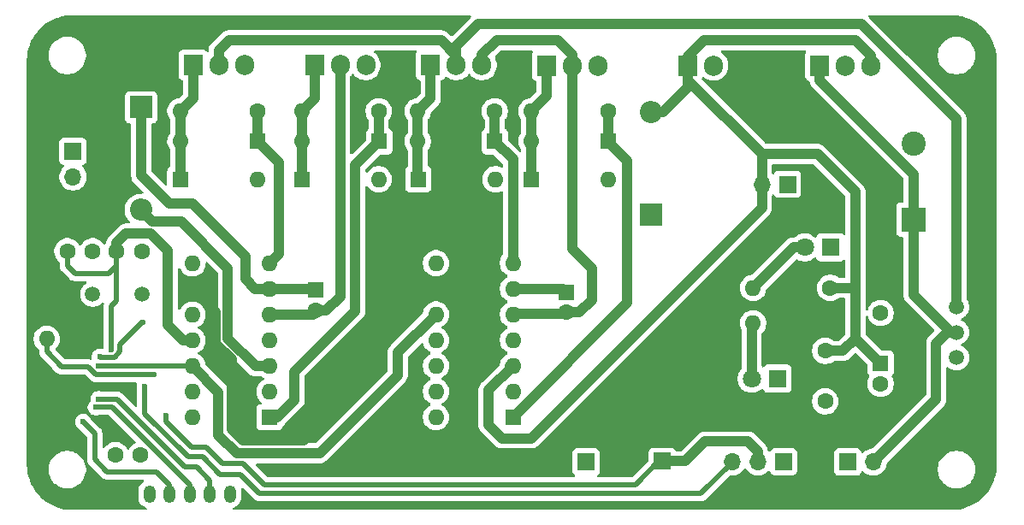
<source format=gbr>
%TF.GenerationSoftware,KiCad,Pcbnew,9.0.1*%
%TF.CreationDate,2025-05-06T15:55:57+03:00*%
%TF.ProjectId,H bridge,48206272-6964-4676-952e-6b696361645f,2.1v*%
%TF.SameCoordinates,Original*%
%TF.FileFunction,Copper,L2,Bot*%
%TF.FilePolarity,Positive*%
%FSLAX46Y46*%
G04 Gerber Fmt 4.6, Leading zero omitted, Abs format (unit mm)*
G04 Created by KiCad (PCBNEW 9.0.1) date 2025-05-06 15:55:57*
%MOMM*%
%LPD*%
G01*
G04 APERTURE LIST*
G04 Aperture macros list*
%AMRoundRect*
0 Rectangle with rounded corners*
0 $1 Rounding radius*
0 $2 $3 $4 $5 $6 $7 $8 $9 X,Y pos of 4 corners*
0 Add a 4 corners polygon primitive as box body*
4,1,4,$2,$3,$4,$5,$6,$7,$8,$9,$2,$3,0*
0 Add four circle primitives for the rounded corners*
1,1,$1+$1,$2,$3*
1,1,$1+$1,$4,$5*
1,1,$1+$1,$6,$7*
1,1,$1+$1,$8,$9*
0 Add four rect primitives between the rounded corners*
20,1,$1+$1,$2,$3,$4,$5,0*
20,1,$1+$1,$4,$5,$6,$7,0*
20,1,$1+$1,$6,$7,$8,$9,0*
20,1,$1+$1,$8,$9,$2,$3,0*%
G04 Aperture macros list end*
%TA.AperFunction,ComponentPad*%
%ADD10C,1.600000*%
%TD*%
%TA.AperFunction,ComponentPad*%
%ADD11O,1.600000X1.600000*%
%TD*%
%TA.AperFunction,ComponentPad*%
%ADD12R,1.600000X1.600000*%
%TD*%
%TA.AperFunction,ComponentPad*%
%ADD13R,1.905000X2.000000*%
%TD*%
%TA.AperFunction,ComponentPad*%
%ADD14O,1.905000X2.000000*%
%TD*%
%TA.AperFunction,ComponentPad*%
%ADD15R,1.700000X1.700000*%
%TD*%
%TA.AperFunction,ComponentPad*%
%ADD16O,1.700000X1.700000*%
%TD*%
%TA.AperFunction,ComponentPad*%
%ADD17R,2.200000X2.200000*%
%TD*%
%TA.AperFunction,ComponentPad*%
%ADD18O,2.200000X2.200000*%
%TD*%
%TA.AperFunction,ComponentPad*%
%ADD19R,1.800000X1.800000*%
%TD*%
%TA.AperFunction,ComponentPad*%
%ADD20C,1.800000*%
%TD*%
%TA.AperFunction,ComponentPad*%
%ADD21C,1.508000*%
%TD*%
%TA.AperFunction,ComponentPad*%
%ADD22RoundRect,0.250000X-0.350000X-0.625000X0.350000X-0.625000X0.350000X0.625000X-0.350000X0.625000X0*%
%TD*%
%TA.AperFunction,ComponentPad*%
%ADD23O,1.200000X1.750000*%
%TD*%
%TA.AperFunction,ComponentPad*%
%ADD24C,1.500000*%
%TD*%
%TA.AperFunction,ComponentPad*%
%ADD25R,2.400000X2.400000*%
%TD*%
%TA.AperFunction,ComponentPad*%
%ADD26C,2.400000*%
%TD*%
%TA.AperFunction,ViaPad*%
%ADD27C,0.600000*%
%TD*%
%TA.AperFunction,Conductor*%
%ADD28C,1.000000*%
%TD*%
%TA.AperFunction,Conductor*%
%ADD29C,0.500000*%
%TD*%
%TA.AperFunction,Conductor*%
%ADD30C,0.800000*%
%TD*%
G04 APERTURE END LIST*
D10*
%TO.P,R5,1*%
%TO.N,+15V*%
X194137500Y-87022500D03*
D11*
%TO.P,R5,2*%
%TO.N,Net-(D11-A)*%
X186517500Y-87022500D03*
%TD*%
D12*
%TO.P,C7,1*%
%TO.N,+5V*%
X199137500Y-87522500D03*
D10*
%TO.P,C7,2*%
%TO.N,GND*%
X199137500Y-89522500D03*
%TD*%
D13*
%TO.P,Q1,1,G*%
%TO.N,Net-(D2-A)*%
X131097500Y-64967500D03*
D14*
%TO.P,Q1,2,D*%
%TO.N,Net-(Q1-D)*%
X133637500Y-64967500D03*
%TO.P,Q1,3,S*%
%TO.N,Net-(J3-Pin_1)*%
X136177500Y-64967500D03*
%TD*%
D10*
%TO.P,R6,1*%
%TO.N,+5V*%
X116600000Y-99710000D03*
D11*
%TO.P,R6,2*%
%TO.N,RESET*%
X116600000Y-92090000D03*
%TD*%
D12*
%TO.P,U1,1,LO*%
%TO.N,Net-(D3-K)*%
X138637500Y-99847500D03*
D11*
%TO.P,U1,2,COM*%
%TO.N,GND*%
X138637500Y-97307500D03*
%TO.P,U1,3,VCC*%
%TO.N,+15V*%
X138637500Y-94767500D03*
%TO.P,U1,4,NC*%
%TO.N,unconnected-(U1-NC-Pad4)*%
X138637500Y-92227500D03*
%TO.P,U1,5,VS*%
%TO.N,Net-(J3-Pin_1)*%
X138637500Y-89687500D03*
%TO.P,U1,6,VB*%
%TO.N,Net-(D1-K)*%
X138637500Y-87147500D03*
%TO.P,U1,7,HO*%
%TO.N,Net-(D2-K)*%
X138637500Y-84607500D03*
%TO.P,U1,8,NC*%
%TO.N,unconnected-(U1-NC-Pad8)*%
X131017500Y-84607500D03*
%TO.P,U1,9,VDD*%
%TO.N,+5V*%
X131017500Y-87147500D03*
%TO.P,U1,10,HIN*%
%TO.N,5*%
X131017500Y-89687500D03*
%TO.P,U1,11,SD*%
%TO.N,GND*%
X131017500Y-92227500D03*
%TO.P,U1,12,LIN*%
%TO.N,6*%
X131017500Y-94767500D03*
%TO.P,U1,13,VSS*%
%TO.N,GND*%
X131017500Y-97307500D03*
%TO.P,U1,14,NC*%
%TO.N,unconnected-(U1-NC-Pad14)*%
X131017500Y-99847500D03*
%TD*%
D12*
%TO.P,D9,1,K*%
%TO.N,Net-(D9-K)*%
X160947500Y-72522500D03*
D11*
%TO.P,D9,2,A*%
%TO.N,Net-(D7-K)*%
X153327500Y-72522500D03*
%TD*%
D12*
%TO.P,D2,1,K*%
%TO.N,Net-(D2-K)*%
X137447500Y-72522500D03*
D11*
%TO.P,D2,2,A*%
%TO.N,Net-(D2-A)*%
X129827500Y-72522500D03*
%TD*%
D13*
%TO.P,Q4,1,G*%
%TO.N,Net-(D6-K)*%
X166057500Y-65022500D03*
D14*
%TO.P,Q4,2,D*%
%TO.N,Net-(J3-Pin_2)*%
X168597500Y-65022500D03*
%TO.P,Q4,3,S*%
%TO.N,GND*%
X171137500Y-65022500D03*
%TD*%
D12*
%TO.P,D8,1,K*%
%TO.N,Net-(D8-K)*%
X172197500Y-72522500D03*
D11*
%TO.P,D8,2,A*%
%TO.N,Net-(D6-K)*%
X164577500Y-72522500D03*
%TD*%
D10*
%TO.P,C6,1*%
%TO.N,GND*%
X125900000Y-103600000D03*
%TO.P,C6,2*%
%TO.N,Net-(U4-AREF)*%
X123400000Y-103600000D03*
%TD*%
%TO.P,R1,1*%
%TO.N,Net-(D2-K)*%
X137447500Y-69522500D03*
D11*
%TO.P,R1,2*%
%TO.N,Net-(D2-A)*%
X129827500Y-69522500D03*
%TD*%
D15*
%TO.P,J3,1,Pin_1*%
%TO.N,Net-(J3-Pin_1)*%
X119200000Y-73500000D03*
D16*
%TO.P,J3,2,Pin_2*%
%TO.N,Net-(J3-Pin_2)*%
X119200000Y-76040000D03*
%TD*%
D12*
%TO.P,C1,1*%
%TO.N,Net-(D1-K)*%
X143237500Y-87267387D03*
D10*
%TO.P,C1,2*%
%TO.N,Net-(J3-Pin_1)*%
X143237500Y-89267387D03*
%TD*%
D12*
%TO.P,D7,1,K*%
%TO.N,Net-(D7-K)*%
X153387500Y-76272500D03*
D11*
%TO.P,D7,2,A*%
%TO.N,GND*%
X161007500Y-76272500D03*
%TD*%
D12*
%TO.P,D5,1,K*%
%TO.N,Net-(D3-A)*%
X141827500Y-76272500D03*
D11*
%TO.P,D5,2,A*%
%TO.N,GND*%
X149447500Y-76272500D03*
%TD*%
D17*
%TO.P,D1,1,K*%
%TO.N,Net-(D1-K)*%
X125937500Y-69142500D03*
D18*
%TO.P,D1,2,A*%
%TO.N,+15V*%
X125937500Y-79302500D03*
%TD*%
D15*
%TO.P,J1,1,Pin_1*%
%TO.N,GND*%
X189912500Y-76772500D03*
D16*
%TO.P,J1,2,Pin_2*%
%TO.N,+15V*%
X187372500Y-76772500D03*
%TD*%
D12*
%TO.P,C2,1*%
%TO.N,Net-(D10-K)*%
X168037500Y-87467387D03*
D10*
%TO.P,C2,2*%
%TO.N,Net-(J3-Pin_2)*%
X168037500Y-89467387D03*
%TD*%
D15*
%TO.P,J4,1,Pin_1*%
%TO.N,GND*%
X195862500Y-104272500D03*
D16*
%TO.P,J4,2,Pin_2*%
%TO.N,+24V*%
X198402500Y-104272500D03*
%TD*%
D13*
%TO.P,U5,1,VI*%
%TO.N,+15V*%
X180057500Y-65022500D03*
D14*
%TO.P,U5,2,GND*%
%TO.N,GND*%
X182597500Y-65022500D03*
%TO.P,U5,3,VO*%
%TO.N,+5V*%
X185137500Y-65022500D03*
%TD*%
D15*
%TO.P,J6,1,Pin_1*%
%TO.N,A2*%
X177500000Y-104200000D03*
D16*
%TO.P,J6,2,Pin_2*%
%TO.N,+5V*%
X177500000Y-101660000D03*
%TD*%
D19*
%TO.P,D12,1,K*%
%TO.N,GND*%
X188907500Y-96022500D03*
D20*
%TO.P,D12,2,A*%
%TO.N,Net-(D12-A)*%
X186367500Y-96022500D03*
%TD*%
D13*
%TO.P,U3,1,VI*%
%TO.N,+24V*%
X193097500Y-65022500D03*
D14*
%TO.P,U3,2,GND*%
%TO.N,GND*%
X195637500Y-65022500D03*
%TO.P,U3,3,VO*%
%TO.N,+15V*%
X198177500Y-65022500D03*
%TD*%
D17*
%TO.P,D10,1,K*%
%TO.N,Net-(D10-K)*%
X176437500Y-79802500D03*
D18*
%TO.P,D10,2,A*%
%TO.N,+15V*%
X176437500Y-69642500D03*
%TD*%
D15*
%TO.P,J5,1,Pin_1*%
%TO.N,GND*%
X189525000Y-104250000D03*
D16*
%TO.P,J5,2,Pin_2*%
%TO.N,A2*%
X186985000Y-104250000D03*
%TO.P,J5,3,Pin_3*%
%TO.N,2*%
X184445000Y-104250000D03*
%TD*%
D12*
%TO.P,D4,1,K*%
%TO.N,Net-(D2-A)*%
X129827500Y-76272500D03*
D11*
%TO.P,D4,2,A*%
%TO.N,GND*%
X137447500Y-76272500D03*
%TD*%
D10*
%TO.P,R7,1*%
%TO.N,+5V*%
X194137500Y-90522500D03*
D11*
%TO.P,R7,2*%
%TO.N,Net-(D12-A)*%
X186517500Y-90522500D03*
%TD*%
D10*
%TO.P,R4,1*%
%TO.N,Net-(D9-K)*%
X160947500Y-69522500D03*
D11*
%TO.P,R4,2*%
%TO.N,Net-(D7-K)*%
X153327500Y-69522500D03*
%TD*%
D12*
%TO.P,C4,1*%
%TO.N,+15V*%
X199137500Y-94522500D03*
D10*
%TO.P,C4,2*%
%TO.N,GND*%
X199137500Y-96522500D03*
%TD*%
%TO.P,R2,1*%
%TO.N,Net-(D3-K)*%
X149447500Y-69522500D03*
D11*
%TO.P,R2,2*%
%TO.N,Net-(D3-A)*%
X141827500Y-69522500D03*
%TD*%
D10*
%TO.P,C5,1*%
%TO.N,+15V*%
X193637500Y-93272500D03*
%TO.P,C5,2*%
%TO.N,GND*%
X193637500Y-98272500D03*
%TD*%
D12*
%TO.P,U2,1,LO*%
%TO.N,Net-(D8-K)*%
X162737500Y-99822500D03*
D11*
%TO.P,U2,2,COM*%
%TO.N,GND*%
X162737500Y-97282500D03*
%TO.P,U2,3,VCC*%
%TO.N,+15V*%
X162737500Y-94742500D03*
%TO.P,U2,4,NC*%
%TO.N,unconnected-(U2-NC-Pad4)*%
X162737500Y-92202500D03*
%TO.P,U2,5,VS*%
%TO.N,Net-(J3-Pin_2)*%
X162737500Y-89662500D03*
%TO.P,U2,6,VB*%
%TO.N,Net-(D10-K)*%
X162737500Y-87122500D03*
%TO.P,U2,7,HO*%
%TO.N,Net-(D9-K)*%
X162737500Y-84582500D03*
%TO.P,U2,8,NC*%
%TO.N,unconnected-(U2-NC-Pad8)*%
X155117500Y-84582500D03*
%TO.P,U2,9,VDD*%
%TO.N,+5V*%
X155117500Y-87122500D03*
%TO.P,U2,10,HIN*%
%TO.N,6*%
X155117500Y-89662500D03*
%TO.P,U2,11,SD*%
%TO.N,GND*%
X155117500Y-92202500D03*
%TO.P,U2,12,LIN*%
%TO.N,5*%
X155117500Y-94742500D03*
%TO.P,U2,13,VSS*%
%TO.N,GND*%
X155117500Y-97282500D03*
%TO.P,U2,14,NC*%
%TO.N,unconnected-(U2-NC-Pad14)*%
X155117500Y-99822500D03*
%TD*%
D21*
%TO.P,OFF/ON,1,A*%
%TO.N,Net-(Q1-D)*%
X206637500Y-88922500D03*
%TO.P,OFF/ON,2,B*%
%TO.N,+24V*%
X206637500Y-91422500D03*
%TO.P,OFF/ON,3*%
%TO.N,N/C*%
X206637500Y-93922500D03*
%TD*%
D22*
%TO.P,J7,1,Pin_1*%
%TO.N,+5V*%
X124750000Y-107450000D03*
D23*
%TO.P,J7,2,Pin_2*%
%TO.N,GND*%
X126750000Y-107450000D03*
%TO.P,J7,3,Pin_3*%
%TO.N,13{slash}SCK*%
X128750000Y-107450000D03*
%TO.P,J7,4,Pin_4*%
%TO.N,12{slash}MISO*%
X130750000Y-107450000D03*
%TO.P,J7,5,Pin_5*%
%TO.N,11{slash}MOSI*%
X132750000Y-107450000D03*
%TO.P,J7,6,Pin_6*%
%TO.N,RESET*%
X134750000Y-107450000D03*
%TD*%
D24*
%TO.P,Y1,1,1*%
%TO.N,XTAL2*%
X121150000Y-87650000D03*
%TO.P,Y1,2,2*%
%TO.N,XTAL1*%
X126050000Y-87650000D03*
%TD*%
D12*
%TO.P,D6,1,K*%
%TO.N,Net-(D6-K)*%
X164577500Y-76272500D03*
D11*
%TO.P,D6,2,A*%
%TO.N,GND*%
X172197500Y-76272500D03*
%TD*%
D10*
%TO.P,C9,1*%
%TO.N,XTAL2*%
X121150000Y-83400000D03*
%TO.P,C9,2*%
%TO.N,GND*%
X118650000Y-83400000D03*
%TD*%
%TO.P,C8,1*%
%TO.N,XTAL1*%
X126000000Y-83400000D03*
%TO.P,C8,2*%
%TO.N,GND*%
X123500000Y-83400000D03*
%TD*%
D25*
%TO.P,C3,1*%
%TO.N,+24V*%
X202387500Y-80272500D03*
D26*
%TO.P,C3,2*%
%TO.N,GND*%
X202387500Y-72772500D03*
%TD*%
D13*
%TO.P,Q3,1,G*%
%TO.N,Net-(D7-K)*%
X154597500Y-64967500D03*
D14*
%TO.P,Q3,2,D*%
%TO.N,Net-(Q1-D)*%
X157137500Y-64967500D03*
%TO.P,Q3,3,S*%
%TO.N,Net-(J3-Pin_2)*%
X159677500Y-64967500D03*
%TD*%
D19*
%TO.P,D11,1,K*%
%TO.N,GND*%
X194157500Y-83022500D03*
D20*
%TO.P,D11,2,A*%
%TO.N,Net-(D11-A)*%
X191617500Y-83022500D03*
%TD*%
D12*
%TO.P,D3,1,K*%
%TO.N,Net-(D3-K)*%
X149507500Y-72522500D03*
D11*
%TO.P,D3,2,A*%
%TO.N,Net-(D3-A)*%
X141887500Y-72522500D03*
%TD*%
D13*
%TO.P,Q2,1,G*%
%TO.N,Net-(D3-A)*%
X143097500Y-64967500D03*
D14*
%TO.P,Q2,2,D*%
%TO.N,Net-(J3-Pin_1)*%
X145637500Y-64967500D03*
%TO.P,Q2,3,S*%
%TO.N,GND*%
X148177500Y-64967500D03*
%TD*%
D15*
%TO.P,J2,1,Pin_1*%
%TO.N,GND*%
X170000000Y-104272500D03*
D16*
%TO.P,J2,2,Pin_2*%
%TO.N,+5V*%
X172540000Y-104272500D03*
%TD*%
D10*
%TO.P,R3,1*%
%TO.N,Net-(D8-K)*%
X172197500Y-69522500D03*
D11*
%TO.P,R3,2*%
%TO.N,Net-(D6-K)*%
X164577500Y-69522500D03*
%TD*%
D27*
%TO.N,GND*%
X123000000Y-93150000D03*
%TO.N,RESET*%
X127200000Y-95650000D03*
%TO.N,5*%
X121850000Y-93850000D03*
X126100000Y-90450000D03*
%TO.N,2*%
X126300000Y-96800000D03*
%TO.N,A2*%
X128400000Y-99700000D03*
%TO.N,6*%
X121700000Y-94800000D03*
%TO.N,13{slash}SCK*%
X120200000Y-100300000D03*
%TO.N,11{slash}MOSI*%
X121750000Y-98050000D03*
%TO.N,12{slash}MISO*%
X121450000Y-98850000D03*
%TD*%
D28*
%TO.N,GND*%
X130127500Y-92227500D02*
X128600000Y-90700000D01*
D29*
X123500000Y-84850000D02*
X123500000Y-83400000D01*
D28*
X128600000Y-90700000D02*
X128600000Y-83350000D01*
X131017500Y-92227500D02*
X130127500Y-92227500D01*
X126900000Y-81650000D02*
X124450000Y-81650000D01*
D29*
X123500000Y-88300000D02*
X123500000Y-83400000D01*
X118650000Y-84850000D02*
X119400000Y-85600000D01*
X123000000Y-88800000D02*
X123500000Y-88300000D01*
D28*
X124450000Y-81650000D02*
X123500000Y-82600000D01*
D29*
X122750000Y-85600000D02*
X123500000Y-84850000D01*
X119400000Y-85600000D02*
X122750000Y-85600000D01*
X123000000Y-93150000D02*
X123000000Y-88800000D01*
D28*
X123500000Y-82600000D02*
X123500000Y-83400000D01*
X128600000Y-83350000D02*
X126900000Y-81650000D01*
D29*
X118650000Y-83400000D02*
X118650000Y-84850000D01*
D28*
%TO.N,+24V*%
X202387500Y-75772500D02*
X202387500Y-80272500D01*
X204637500Y-98037500D02*
X204637500Y-92522500D01*
X204637500Y-92522500D02*
X205737500Y-91422500D01*
X198402500Y-104272500D02*
X204637500Y-98037500D01*
X202387500Y-80272500D02*
X202387500Y-87722500D01*
X206087500Y-91422500D02*
X206637500Y-91422500D01*
X198402500Y-104272500D02*
X198402500Y-104187500D01*
X193097500Y-65022500D02*
X193097500Y-66482500D01*
X193097500Y-66482500D02*
X202387500Y-75772500D01*
X202387500Y-87722500D02*
X206087500Y-91422500D01*
X205737500Y-91422500D02*
X206637500Y-91422500D01*
%TO.N,Net-(D1-K)*%
X125937500Y-69142500D02*
X125937500Y-75887500D01*
X138637500Y-87147500D02*
X143117613Y-87147500D01*
X131000000Y-78700000D02*
X136250000Y-83950000D01*
X125937500Y-75887500D02*
X128750000Y-78700000D01*
X143117613Y-87147500D02*
X143237500Y-87267387D01*
X128750000Y-78700000D02*
X131000000Y-78700000D01*
X136250000Y-86150000D02*
X137247500Y-87147500D01*
X136250000Y-83950000D02*
X136250000Y-86150000D01*
X137247500Y-87147500D02*
X138637500Y-87147500D01*
%TO.N,+5V*%
X177500000Y-101660000D02*
X175152500Y-101660000D01*
X199137500Y-77022500D02*
X199137500Y-87522500D01*
X142060000Y-102100000D02*
X149037500Y-95122500D01*
X149037500Y-91922500D02*
X153837500Y-87122500D01*
X185137500Y-65022500D02*
X187137500Y-65022500D01*
X167137500Y-102122500D02*
X170922500Y-102122500D01*
D30*
X172540000Y-104272500D02*
X172540000Y-96160000D01*
X179927500Y-88772500D02*
X192387500Y-88772500D01*
D28*
X175152500Y-101660000D02*
X172540000Y-104272500D01*
X165737500Y-103522500D02*
X167137500Y-102122500D01*
X187137500Y-65022500D02*
X199137500Y-77022500D01*
D30*
X192387500Y-88772500D02*
X194137500Y-90522500D01*
D28*
X160637500Y-103522500D02*
X165737500Y-103522500D01*
X131017500Y-87147500D02*
X133337500Y-89467500D01*
X158737500Y-89922500D02*
X158737500Y-101622500D01*
X133337500Y-92519556D02*
X134900000Y-94082056D01*
X134900000Y-94082056D02*
X134900000Y-101000000D01*
X155117500Y-87122500D02*
X155937500Y-87122500D01*
X170922500Y-102122500D02*
X172540000Y-103740000D01*
X153837500Y-87122500D02*
X155117500Y-87122500D01*
X136000000Y-102100000D02*
X142060000Y-102100000D01*
X133337500Y-89467500D02*
X133337500Y-92519556D01*
X149037500Y-95122500D02*
X149037500Y-91922500D01*
D30*
X172540000Y-96160000D02*
X179927500Y-88772500D01*
D28*
X134900000Y-101000000D02*
X136000000Y-102100000D01*
X155937500Y-87122500D02*
X158737500Y-89922500D01*
X172540000Y-103740000D02*
X172540000Y-104272500D01*
X158737500Y-101622500D02*
X160637500Y-103522500D01*
%TO.N,Net-(Q1-D)*%
X155637500Y-62522500D02*
X157137500Y-64022500D01*
X134637500Y-62522500D02*
X155637500Y-62522500D01*
X157137500Y-64022500D02*
X157137500Y-64967500D01*
X157137500Y-63062500D02*
X157137500Y-64967500D01*
X206637500Y-70322500D02*
X197237500Y-60922500D01*
X133637500Y-64967500D02*
X133637500Y-63522500D01*
X159277500Y-60922500D02*
X157137500Y-63062500D01*
X197237500Y-60922500D02*
X159277500Y-60922500D01*
X133637500Y-63522500D02*
X134637500Y-62522500D01*
X206637500Y-88922500D02*
X206637500Y-70322500D01*
%TO.N,+15V*%
X193637500Y-93272500D02*
X195387500Y-93272500D01*
X180057500Y-67202500D02*
X180057500Y-65022500D01*
X195387500Y-93272500D02*
X196637500Y-92022500D01*
X164537500Y-101922500D02*
X187372500Y-79087500D01*
X177617500Y-69642500D02*
X180057500Y-67202500D01*
X134537500Y-92022500D02*
X137282500Y-94767500D01*
X196637500Y-87022500D02*
X196637500Y-92022500D01*
X187372500Y-76772500D02*
X187372500Y-73757500D01*
X180057500Y-65022500D02*
X180057500Y-64102500D01*
X160337500Y-100622500D02*
X161637500Y-101922500D01*
X192887500Y-73772500D02*
X196637500Y-77522500D01*
X196637500Y-92022500D02*
X199137500Y-94522500D01*
X162737500Y-94742500D02*
X160337500Y-97142500D01*
X181637500Y-62522500D02*
X196637500Y-62522500D01*
X176437500Y-69642500D02*
X177617500Y-69642500D01*
X187372500Y-79087500D02*
X187372500Y-76772500D01*
X180057500Y-64102500D02*
X181637500Y-62522500D01*
X180057500Y-65022500D02*
X180057500Y-66442500D01*
X196637500Y-62522500D02*
X198177500Y-64062500D01*
X127085000Y-80450000D02*
X129900000Y-80450000D01*
X194137500Y-87022500D02*
X196637500Y-87022500D01*
X198177500Y-64062500D02*
X198177500Y-65022500D01*
X125937500Y-79302500D02*
X127085000Y-80450000D01*
X137282500Y-94767500D02*
X138637500Y-94767500D01*
X129900000Y-80450000D02*
X134537500Y-85087500D01*
X180057500Y-66442500D02*
X187372500Y-73757500D01*
X187387500Y-73772500D02*
X192887500Y-73772500D01*
X162457500Y-94742500D02*
X162737500Y-94742500D01*
X161637500Y-101922500D02*
X164537500Y-101922500D01*
X160337500Y-97142500D02*
X160337500Y-100622500D01*
X196637500Y-77522500D02*
X196637500Y-87022500D01*
X134537500Y-85087500D02*
X134537500Y-92022500D01*
%TO.N,Net-(D2-K)*%
X138637500Y-84607500D02*
X139537500Y-83707500D01*
X137447500Y-69522500D02*
X137447500Y-72522500D01*
X139537500Y-74612500D02*
X137447500Y-72522500D01*
X139537500Y-83707500D02*
X139537500Y-74612500D01*
%TO.N,Net-(D8-K)*%
X162737500Y-99822500D02*
X174037500Y-88522500D01*
X172197500Y-69522500D02*
X172197500Y-72522500D01*
X174037500Y-88522500D02*
X174037500Y-74402500D01*
X174037500Y-74402500D02*
X172197500Y-72562500D01*
X172197500Y-72562500D02*
X172197500Y-72522500D01*
%TO.N,Net-(D3-A)*%
X141887500Y-76212500D02*
X141827500Y-76272500D01*
X141887500Y-72522500D02*
X141887500Y-76212500D01*
X141827500Y-72712500D02*
X141887500Y-72772500D01*
X141827500Y-72462500D02*
X141887500Y-72522500D01*
X141827500Y-69522500D02*
X141827500Y-72462500D01*
X143097500Y-64967500D02*
X143097500Y-68252500D01*
X143097500Y-68252500D02*
X141827500Y-69522500D01*
%TO.N,Net-(D9-K)*%
X160947500Y-69522500D02*
X160947500Y-72522500D01*
X162737500Y-84582500D02*
X162737500Y-74312500D01*
X162737500Y-74312500D02*
X160947500Y-72522500D01*
%TO.N,Net-(D10-K)*%
X167692613Y-87122500D02*
X162737500Y-87122500D01*
X168037500Y-87467387D02*
X167692613Y-87122500D01*
%TO.N,Net-(J3-Pin_1)*%
X143237500Y-89422500D02*
X142937500Y-89722500D01*
X143237500Y-89422500D02*
X142972500Y-89687500D01*
X145637500Y-64967500D02*
X145637500Y-87867387D01*
X144237500Y-89267387D02*
X143237500Y-89267387D01*
X143237500Y-89267387D02*
X143237500Y-89422500D01*
X145637500Y-87867387D02*
X144237500Y-89267387D01*
X142972500Y-89687500D02*
X138637500Y-89687500D01*
%TO.N,Net-(J3-Pin_2)*%
X168597500Y-63982500D02*
X167137500Y-62522500D01*
X167137500Y-62522500D02*
X161137500Y-62522500D01*
X169292613Y-89467387D02*
X168037500Y-89467387D01*
X162777500Y-89622500D02*
X162737500Y-89662500D01*
X168597500Y-83182500D02*
X170537500Y-85122500D01*
X168037500Y-89467387D02*
X167882387Y-89622500D01*
X159677500Y-63982500D02*
X159677500Y-64967500D01*
X170537500Y-88222500D02*
X169292613Y-89467387D01*
X167882387Y-89622500D02*
X162777500Y-89622500D01*
X168597500Y-65022500D02*
X168597500Y-83182500D01*
X170537500Y-85122500D02*
X170537500Y-88222500D01*
X168597500Y-65022500D02*
X168597500Y-63982500D01*
X161137500Y-62522500D02*
X159677500Y-63982500D01*
%TO.N,Net-(D2-A)*%
X131097500Y-68252500D02*
X129827500Y-69522500D01*
X131097500Y-64967500D02*
X131097500Y-68252500D01*
X129827500Y-69522500D02*
X129827500Y-72522500D01*
X129827500Y-76272500D02*
X129827500Y-72522500D01*
%TO.N,Net-(D3-K)*%
X149447500Y-72712500D02*
X149507500Y-72772500D01*
X149447500Y-69522500D02*
X149447500Y-72462500D01*
X138637500Y-99847500D02*
X139412500Y-99847500D01*
X147137500Y-89322500D02*
X147137500Y-74892500D01*
X141137500Y-95322500D02*
X147137500Y-89322500D01*
X149447500Y-72462500D02*
X149507500Y-72522500D01*
X139412500Y-99847500D02*
X141137500Y-98122500D01*
X147137500Y-74892500D02*
X149507500Y-72522500D01*
X141137500Y-98122500D02*
X141137500Y-95322500D01*
%TO.N,Net-(D6-K)*%
X166057500Y-68042500D02*
X164577500Y-69522500D01*
X164577500Y-76272500D02*
X164577500Y-72522500D01*
X164577500Y-69522500D02*
X164577500Y-72522500D01*
X166057500Y-65022500D02*
X166057500Y-68042500D01*
%TO.N,Net-(D7-K)*%
X153327500Y-72522500D02*
X153327500Y-76212500D01*
X154597500Y-64967500D02*
X154597500Y-68252500D01*
X154597500Y-68252500D02*
X153327500Y-69522500D01*
X153327500Y-76212500D02*
X153387500Y-76272500D01*
X153327500Y-69522500D02*
X153327500Y-72522500D01*
%TO.N,Net-(D11-A)*%
X190517500Y-83022500D02*
X186517500Y-87022500D01*
X191617500Y-83022500D02*
X190517500Y-83022500D01*
%TO.N,Net-(D12-A)*%
X186367500Y-96022500D02*
X186367500Y-90562500D01*
X186367500Y-90562500D02*
X186327500Y-90522500D01*
D29*
%TO.N,RESET*%
X121489339Y-95650000D02*
X120689339Y-94850000D01*
X116600000Y-93350000D02*
X116600000Y-92090000D01*
X118100000Y-94850000D02*
X116600000Y-93350000D01*
X127200000Y-95650000D02*
X121489339Y-95650000D01*
X120689339Y-94850000D02*
X118100000Y-94850000D01*
%TO.N,5*%
X126050000Y-90450000D02*
X123850000Y-92650000D01*
X123850000Y-92650000D02*
X123850000Y-93360661D01*
X121900000Y-93900000D02*
X121850000Y-93850000D01*
X123850000Y-93360661D02*
X123310661Y-93900000D01*
X126100000Y-90450000D02*
X126050000Y-90450000D01*
X123310661Y-93900000D02*
X121900000Y-93900000D01*
%TO.N,2*%
X126300000Y-99465075D02*
X126300000Y-96800000D01*
X181350000Y-107400000D02*
X137650000Y-107400000D01*
X184450000Y-104300000D02*
X181350000Y-107400000D01*
X130584925Y-103750000D02*
X126300000Y-99465075D01*
X184540000Y-104300000D02*
X184450000Y-104300000D01*
X132000000Y-103750000D02*
X130584925Y-103750000D01*
X135750000Y-105500000D02*
X133750000Y-105500000D01*
X133750000Y-105500000D02*
X132000000Y-103750000D01*
X137650000Y-107400000D02*
X135750000Y-105500000D01*
%TO.N,A2*%
X128400000Y-100240200D02*
X128400000Y-99700000D01*
X132389950Y-102800000D02*
X130959800Y-102800000D01*
X136046448Y-104400000D02*
X133989950Y-104400000D01*
X174900000Y-106500000D02*
X138146448Y-106500000D01*
D28*
X186000000Y-102250000D02*
X181750000Y-102250000D01*
D29*
X177200000Y-104200000D02*
X174900000Y-106500000D01*
D28*
X181750000Y-102250000D02*
X179800000Y-104200000D01*
X179800000Y-104200000D02*
X177500000Y-104200000D01*
D29*
X130959800Y-102800000D02*
X128400000Y-100240200D01*
D28*
X186985000Y-103235000D02*
X186000000Y-102250000D01*
X186985000Y-104250000D02*
X186985000Y-103235000D01*
D29*
X138146448Y-106500000D02*
X136046448Y-104400000D01*
X133989950Y-104400000D02*
X132389950Y-102800000D01*
X177500000Y-104200000D02*
X177200000Y-104200000D01*
%TO.N,6*%
X121732500Y-94767500D02*
X131017500Y-94767500D01*
D28*
X135400000Y-103400000D02*
X143600000Y-103400000D01*
X151337500Y-93442500D02*
X155117500Y-89662500D01*
X133600000Y-101600000D02*
X135400000Y-103400000D01*
X131017500Y-94767500D02*
X133600000Y-97350000D01*
X143600000Y-103400000D02*
X151337500Y-95662500D01*
X133600000Y-97350000D02*
X133600000Y-101600000D01*
X151337500Y-95662500D02*
X151337500Y-93442500D01*
D29*
X121700000Y-94800000D02*
X121732500Y-94767500D01*
%TO.N,13{slash}SCK*%
X122575000Y-105250000D02*
X127500000Y-105250000D01*
X121350000Y-104025000D02*
X122575000Y-105250000D01*
X128750000Y-106500000D02*
X128750000Y-107450000D01*
X121350000Y-101450000D02*
X121350000Y-104025000D01*
X120200000Y-100300000D02*
X121350000Y-101450000D01*
X127500000Y-105250000D02*
X128750000Y-106500000D01*
%TO.N,11{slash}MOSI*%
X121750000Y-98050000D02*
X123550000Y-98050000D01*
X132750000Y-106075000D02*
X132750000Y-107450000D01*
X123550000Y-98050000D02*
X130250000Y-104750000D01*
X130250000Y-104750000D02*
X131425000Y-104750000D01*
X131425000Y-104750000D02*
X132750000Y-106075000D01*
%TO.N,12{slash}MISO*%
X130750000Y-106550000D02*
X130750000Y-107450000D01*
X121450000Y-98850000D02*
X123050000Y-98850000D01*
X123050000Y-98850000D02*
X130750000Y-106550000D01*
%TD*%
%TA.AperFunction,Conductor*%
%TO.N,+5V*%
G36*
X158529756Y-60042685D02*
G01*
X158575511Y-60095489D01*
X158585455Y-60164647D01*
X158556430Y-60228203D01*
X158550398Y-60234681D01*
X158500358Y-60284721D01*
X156745180Y-62039898D01*
X156737234Y-62044236D01*
X156731809Y-62051484D01*
X156707049Y-62060718D01*
X156683857Y-62073383D01*
X156674827Y-62072737D01*
X156666345Y-62075901D01*
X156640524Y-62070284D01*
X156614165Y-62068399D01*
X156605111Y-62062580D01*
X156598072Y-62061049D01*
X156569820Y-62039899D01*
X156421708Y-61891788D01*
X156421706Y-61891785D01*
X156421706Y-61891786D01*
X156414639Y-61884719D01*
X156414639Y-61884718D01*
X156275282Y-61745361D01*
X156275281Y-61745360D01*
X156275280Y-61745359D01*
X156111420Y-61635871D01*
X156111411Y-61635866D01*
X156038815Y-61605796D01*
X155982665Y-61582538D01*
X155929336Y-61560449D01*
X155929332Y-61560448D01*
X155929328Y-61560446D01*
X155832688Y-61541224D01*
X155736044Y-61522000D01*
X155736041Y-61522000D01*
X134742175Y-61522000D01*
X134742155Y-61521999D01*
X134736041Y-61521999D01*
X134538960Y-61521999D01*
X134538957Y-61521999D01*
X134345672Y-61560446D01*
X134345664Y-61560448D01*
X134163588Y-61635866D01*
X134163579Y-61635871D01*
X133999719Y-61745359D01*
X133999715Y-61745362D01*
X133223764Y-62521315D01*
X132999720Y-62745359D01*
X132999718Y-62745361D01*
X132945323Y-62799756D01*
X132860359Y-62884719D01*
X132750871Y-63048579D01*
X132750864Y-63048592D01*
X132675450Y-63230660D01*
X132675447Y-63230670D01*
X132637000Y-63423956D01*
X132637000Y-63543908D01*
X132617315Y-63610947D01*
X132564511Y-63656702D01*
X132495353Y-63666646D01*
X132431797Y-63637621D01*
X132413735Y-63618221D01*
X132407546Y-63609954D01*
X132407544Y-63609952D01*
X132292335Y-63523706D01*
X132292328Y-63523702D01*
X132157482Y-63473408D01*
X132157483Y-63473408D01*
X132097883Y-63467001D01*
X132097881Y-63467000D01*
X132097873Y-63467000D01*
X132097864Y-63467000D01*
X130097129Y-63467000D01*
X130097123Y-63467001D01*
X130037516Y-63473408D01*
X129902671Y-63523702D01*
X129902664Y-63523706D01*
X129787455Y-63609952D01*
X129787452Y-63609955D01*
X129701206Y-63725164D01*
X129701202Y-63725171D01*
X129650908Y-63860017D01*
X129644501Y-63919616D01*
X129644500Y-63919635D01*
X129644500Y-66015370D01*
X129644501Y-66015376D01*
X129650908Y-66074983D01*
X129701202Y-66209828D01*
X129701206Y-66209835D01*
X129787452Y-66325044D01*
X129787455Y-66325047D01*
X129902664Y-66411293D01*
X129902671Y-66411297D01*
X130016333Y-66453690D01*
X130072267Y-66495561D01*
X130096684Y-66561025D01*
X130097000Y-66569872D01*
X130097000Y-67786717D01*
X130077315Y-67853756D01*
X130060681Y-67874398D01*
X129739297Y-68195781D01*
X129677974Y-68229266D01*
X129671015Y-68230573D01*
X129522968Y-68254022D01*
X129328278Y-68317281D01*
X129145886Y-68410215D01*
X128980286Y-68530528D01*
X128835528Y-68675286D01*
X128715215Y-68840886D01*
X128622281Y-69023276D01*
X128559022Y-69217965D01*
X128527000Y-69420148D01*
X128527000Y-69624851D01*
X128559022Y-69827034D01*
X128622281Y-70021723D01*
X128715213Y-70204110D01*
X128803319Y-70325377D01*
X128826798Y-70391181D01*
X128827000Y-70398261D01*
X128827000Y-71646737D01*
X128807315Y-71713776D01*
X128803318Y-71719622D01*
X128715215Y-71840886D01*
X128622281Y-72023276D01*
X128559022Y-72217965D01*
X128528976Y-72407671D01*
X128527000Y-72420148D01*
X128527000Y-72624852D01*
X128550306Y-72772000D01*
X128559023Y-72827034D01*
X128559022Y-72827034D01*
X128622281Y-73021723D01*
X128715213Y-73204110D01*
X128803319Y-73325377D01*
X128826798Y-73391181D01*
X128827000Y-73398261D01*
X128827000Y-74935319D01*
X128807315Y-75002358D01*
X128777312Y-75034585D01*
X128669952Y-75114955D01*
X128583706Y-75230164D01*
X128583702Y-75230171D01*
X128533408Y-75365017D01*
X128527313Y-75421717D01*
X128527001Y-75424623D01*
X128527000Y-75424635D01*
X128527000Y-76762717D01*
X128507315Y-76829756D01*
X128454511Y-76875511D01*
X128385353Y-76885455D01*
X128321797Y-76856430D01*
X128315319Y-76850398D01*
X126974319Y-75509398D01*
X126940834Y-75448075D01*
X126938000Y-75421717D01*
X126938000Y-70866999D01*
X126957685Y-70799960D01*
X127010489Y-70754205D01*
X127062000Y-70742999D01*
X127085371Y-70742999D01*
X127085372Y-70742999D01*
X127144983Y-70736591D01*
X127279831Y-70686296D01*
X127395046Y-70600046D01*
X127481296Y-70484831D01*
X127531591Y-70349983D01*
X127538000Y-70290373D01*
X127537999Y-67994628D01*
X127531591Y-67935017D01*
X127481296Y-67800169D01*
X127481295Y-67800168D01*
X127481293Y-67800164D01*
X127395047Y-67684955D01*
X127395044Y-67684952D01*
X127279835Y-67598706D01*
X127279828Y-67598702D01*
X127144982Y-67548408D01*
X127144983Y-67548408D01*
X127085383Y-67542001D01*
X127085381Y-67542000D01*
X127085373Y-67542000D01*
X127085364Y-67542000D01*
X124789629Y-67542000D01*
X124789623Y-67542001D01*
X124730016Y-67548408D01*
X124595171Y-67598702D01*
X124595164Y-67598706D01*
X124479955Y-67684952D01*
X124479952Y-67684955D01*
X124393706Y-67800164D01*
X124393702Y-67800171D01*
X124343408Y-67935017D01*
X124337001Y-67994616D01*
X124337001Y-67994623D01*
X124337000Y-67994635D01*
X124337000Y-70290370D01*
X124337001Y-70290376D01*
X124343408Y-70349983D01*
X124393702Y-70484828D01*
X124393706Y-70484835D01*
X124479952Y-70600044D01*
X124479955Y-70600047D01*
X124595164Y-70686293D01*
X124595171Y-70686297D01*
X124633523Y-70700601D01*
X124730017Y-70736591D01*
X124789627Y-70743000D01*
X124812997Y-70742999D01*
X124880036Y-70762681D01*
X124925792Y-70815483D01*
X124937000Y-70866999D01*
X124937000Y-75986044D01*
X124973618Y-76170137D01*
X124975447Y-76179330D01*
X124975451Y-76179342D01*
X125050864Y-76361407D01*
X125050871Y-76361420D01*
X125160359Y-76525280D01*
X125160360Y-76525281D01*
X125160361Y-76525282D01*
X125299718Y-76664639D01*
X125299719Y-76664639D01*
X125306786Y-76671706D01*
X125306785Y-76671706D01*
X125306789Y-76671709D01*
X126125398Y-77490319D01*
X126158883Y-77551642D01*
X126153899Y-77621334D01*
X126112027Y-77677267D01*
X126046563Y-77701684D01*
X126037717Y-77702000D01*
X125811538Y-77702000D01*
X125705948Y-77718724D01*
X125562714Y-77741410D01*
X125323116Y-77819260D01*
X125098651Y-77933632D01*
X124894850Y-78081701D01*
X124894845Y-78081705D01*
X124716705Y-78259845D01*
X124716701Y-78259850D01*
X124568632Y-78463651D01*
X124454260Y-78688116D01*
X124376410Y-78927714D01*
X124337000Y-79176538D01*
X124337000Y-79428461D01*
X124376410Y-79677285D01*
X124454260Y-79916883D01*
X124568632Y-80141348D01*
X124716701Y-80345149D01*
X124716705Y-80345154D01*
X124809370Y-80437819D01*
X124842855Y-80499142D01*
X124837871Y-80568834D01*
X124795999Y-80624767D01*
X124730535Y-80649184D01*
X124721689Y-80649500D01*
X124351455Y-80649500D01*
X124254812Y-80668724D01*
X124158167Y-80687947D01*
X124158161Y-80687949D01*
X124104834Y-80710037D01*
X124104834Y-80710038D01*
X124059315Y-80728892D01*
X123976089Y-80763366D01*
X123976079Y-80763371D01*
X123812219Y-80872859D01*
X123742540Y-80942538D01*
X123672861Y-81012218D01*
X123672858Y-81012221D01*
X122862221Y-81822858D01*
X122862218Y-81822861D01*
X122804915Y-81880164D01*
X122722859Y-81962219D01*
X122613371Y-82126080D01*
X122613364Y-82126093D01*
X122574282Y-82220449D01*
X122546105Y-82288475D01*
X122546104Y-82288479D01*
X122537948Y-82308167D01*
X122537947Y-82308171D01*
X122499500Y-82501454D01*
X122499500Y-82524237D01*
X122493504Y-82544656D01*
X122492289Y-82565907D01*
X122480959Y-82587379D01*
X122479815Y-82591276D01*
X122475818Y-82597123D01*
X122425318Y-82666630D01*
X122369988Y-82709295D01*
X122300375Y-82715274D01*
X122238580Y-82682668D01*
X122224682Y-82666629D01*
X122141971Y-82552787D01*
X122141967Y-82552782D01*
X121997213Y-82408028D01*
X121831613Y-82287715D01*
X121831612Y-82287714D01*
X121831610Y-82287713D01*
X121748488Y-82245360D01*
X121649223Y-82194781D01*
X121454534Y-82131522D01*
X121279995Y-82103878D01*
X121252352Y-82099500D01*
X121047648Y-82099500D01*
X121023329Y-82103351D01*
X120845465Y-82131522D01*
X120650776Y-82194781D01*
X120468386Y-82287715D01*
X120302786Y-82408028D01*
X120158028Y-82552786D01*
X120037713Y-82718388D01*
X120010484Y-82771828D01*
X119962510Y-82822623D01*
X119894688Y-82839418D01*
X119828554Y-82816880D01*
X119789516Y-82771828D01*
X119762286Y-82718388D01*
X119641971Y-82552786D01*
X119497213Y-82408028D01*
X119331613Y-82287715D01*
X119331612Y-82287714D01*
X119331610Y-82287713D01*
X119248488Y-82245360D01*
X119149223Y-82194781D01*
X118954534Y-82131522D01*
X118779995Y-82103878D01*
X118752352Y-82099500D01*
X118547648Y-82099500D01*
X118523329Y-82103351D01*
X118345465Y-82131522D01*
X118150776Y-82194781D01*
X117968386Y-82287715D01*
X117802786Y-82408028D01*
X117658028Y-82552786D01*
X117537715Y-82718386D01*
X117444781Y-82900776D01*
X117381522Y-83095465D01*
X117349500Y-83297648D01*
X117349500Y-83502351D01*
X117381522Y-83704534D01*
X117444781Y-83899223D01*
X117507850Y-84023000D01*
X117533048Y-84072455D01*
X117537715Y-84081613D01*
X117658028Y-84247213D01*
X117658034Y-84247219D01*
X117802781Y-84391966D01*
X117848384Y-84425098D01*
X117891050Y-84480425D01*
X117899500Y-84525416D01*
X117899500Y-84923918D01*
X117899500Y-84923920D01*
X117899499Y-84923920D01*
X117928340Y-85068907D01*
X117928343Y-85068917D01*
X117984913Y-85205490D01*
X117984914Y-85205491D01*
X117984916Y-85205495D01*
X117995303Y-85221040D01*
X118025646Y-85266453D01*
X118067051Y-85328420D01*
X118067052Y-85328421D01*
X118817049Y-86078416D01*
X118873438Y-86134805D01*
X118921585Y-86182952D01*
X119044498Y-86265080D01*
X119044511Y-86265087D01*
X119181082Y-86321656D01*
X119181087Y-86321658D01*
X119181091Y-86321658D01*
X119181092Y-86321659D01*
X119326079Y-86350500D01*
X119326082Y-86350500D01*
X120430211Y-86350500D01*
X120497250Y-86370185D01*
X120543005Y-86422989D01*
X120552949Y-86492147D01*
X120523924Y-86555703D01*
X120498364Y-86577374D01*
X120498537Y-86577612D01*
X120495370Y-86579912D01*
X120494995Y-86580231D01*
X120494594Y-86580476D01*
X120435686Y-86623276D01*
X120335354Y-86696172D01*
X120335352Y-86696174D01*
X120335351Y-86696174D01*
X120196174Y-86835351D01*
X120196174Y-86835352D01*
X120196172Y-86835354D01*
X120183409Y-86852921D01*
X120080476Y-86994594D01*
X119991117Y-87169970D01*
X119930290Y-87357173D01*
X119899500Y-87551577D01*
X119899500Y-87748422D01*
X119930290Y-87942826D01*
X119991117Y-88130029D01*
X120059888Y-88264999D01*
X120080476Y-88305405D01*
X120196172Y-88464646D01*
X120335354Y-88603828D01*
X120494595Y-88719524D01*
X120577455Y-88761743D01*
X120669970Y-88808882D01*
X120669972Y-88808882D01*
X120669975Y-88808884D01*
X120766620Y-88840286D01*
X120857173Y-88869709D01*
X121051578Y-88900500D01*
X121051583Y-88900500D01*
X121248422Y-88900500D01*
X121442826Y-88869709D01*
X121471845Y-88860280D01*
X121630025Y-88808884D01*
X121805405Y-88719524D01*
X121964646Y-88603828D01*
X122061543Y-88506930D01*
X122122862Y-88473448D01*
X122192554Y-88478432D01*
X122248488Y-88520303D01*
X122272905Y-88585767D01*
X122270838Y-88618805D01*
X122249500Y-88726077D01*
X122249500Y-92845396D01*
X122245311Y-92877355D01*
X122243199Y-92885271D01*
X122230263Y-92916503D01*
X122216757Y-92984397D01*
X122215727Y-92988262D01*
X122199564Y-93014845D01*
X122185147Y-93042406D01*
X122181568Y-93044443D01*
X122179429Y-93047963D01*
X122151463Y-93061586D01*
X122124431Y-93076980D01*
X122119691Y-93077064D01*
X122116616Y-93078563D01*
X122106021Y-93077308D01*
X122071725Y-93077920D01*
X121928846Y-93049500D01*
X121928842Y-93049500D01*
X121771158Y-93049500D01*
X121771155Y-93049500D01*
X121616510Y-93080261D01*
X121616498Y-93080264D01*
X121470827Y-93140602D01*
X121470814Y-93140609D01*
X121339711Y-93228210D01*
X121339707Y-93228213D01*
X121228213Y-93339707D01*
X121228210Y-93339711D01*
X121140609Y-93470814D01*
X121140602Y-93470827D01*
X121080264Y-93616498D01*
X121080261Y-93616510D01*
X121049500Y-93771153D01*
X121049500Y-93928846D01*
X121060440Y-93983844D01*
X121054213Y-94053435D01*
X121011350Y-94108613D01*
X120945460Y-94131857D01*
X120914502Y-94128139D01*
X120914226Y-94129530D01*
X120763259Y-94099500D01*
X120763257Y-94099500D01*
X118462229Y-94099500D01*
X118395190Y-94079815D01*
X118374548Y-94063181D01*
X117507957Y-93196590D01*
X117474472Y-93135267D01*
X117479456Y-93065575D01*
X117507957Y-93021228D01*
X117540923Y-92988262D01*
X117591966Y-92937219D01*
X117591968Y-92937215D01*
X117591971Y-92937213D01*
X117688232Y-92804719D01*
X117712287Y-92771610D01*
X117805220Y-92589219D01*
X117868477Y-92394534D01*
X117900500Y-92192352D01*
X117900500Y-91987648D01*
X117868477Y-91785466D01*
X117855446Y-91745362D01*
X117836851Y-91688132D01*
X117805220Y-91590781D01*
X117805218Y-91590778D01*
X117805218Y-91590776D01*
X117756676Y-91495508D01*
X117712287Y-91408390D01*
X117698032Y-91388769D01*
X117591971Y-91242786D01*
X117447213Y-91098028D01*
X117281613Y-90977715D01*
X117281612Y-90977714D01*
X117281610Y-90977713D01*
X117189886Y-90930977D01*
X117099223Y-90884781D01*
X116904534Y-90821522D01*
X116711677Y-90790977D01*
X116702352Y-90789500D01*
X116497648Y-90789500D01*
X116488323Y-90790977D01*
X116295465Y-90821522D01*
X116100776Y-90884781D01*
X115918386Y-90977715D01*
X115752786Y-91098028D01*
X115608028Y-91242786D01*
X115487715Y-91408386D01*
X115394781Y-91590776D01*
X115331522Y-91785465D01*
X115299500Y-91987648D01*
X115299500Y-92192351D01*
X115331522Y-92394534D01*
X115394781Y-92589223D01*
X115437214Y-92672500D01*
X115469064Y-92735010D01*
X115487715Y-92771613D01*
X115608028Y-92937213D01*
X115608034Y-92937219D01*
X115752781Y-93081966D01*
X115798384Y-93115098D01*
X115841050Y-93170425D01*
X115849500Y-93215416D01*
X115849500Y-93423918D01*
X115849500Y-93423920D01*
X115849499Y-93423920D01*
X115878340Y-93568907D01*
X115878343Y-93568917D01*
X115934912Y-93705488D01*
X115934916Y-93705495D01*
X115954185Y-93734333D01*
X115954186Y-93734336D01*
X115954187Y-93734336D01*
X115984997Y-93780448D01*
X116017051Y-93828420D01*
X116017052Y-93828421D01*
X117178965Y-94990332D01*
X117517048Y-95328415D01*
X117517049Y-95328416D01*
X117590788Y-95402155D01*
X117621585Y-95432952D01*
X117744498Y-95515080D01*
X117744511Y-95515087D01*
X117879880Y-95571158D01*
X117881087Y-95571658D01*
X117881091Y-95571658D01*
X117881092Y-95571659D01*
X118026079Y-95600500D01*
X118026082Y-95600500D01*
X120327109Y-95600500D01*
X120394148Y-95620185D01*
X120414790Y-95636819D01*
X121010925Y-96232954D01*
X121037745Y-96250873D01*
X121051156Y-96259834D01*
X121133844Y-96315084D01*
X121133845Y-96315084D01*
X121133846Y-96315085D01*
X121255226Y-96365362D01*
X121270426Y-96371658D01*
X121270430Y-96371658D01*
X121270431Y-96371659D01*
X121415418Y-96400500D01*
X121415421Y-96400500D01*
X121415422Y-96400500D01*
X121563257Y-96400500D01*
X125413445Y-96400500D01*
X125480484Y-96420185D01*
X125526239Y-96472989D01*
X125536183Y-96542147D01*
X125531159Y-96560411D01*
X125532031Y-96560676D01*
X125530261Y-96566510D01*
X125499500Y-96721153D01*
X125499500Y-96878846D01*
X125530261Y-97033489D01*
X125530263Y-97033497D01*
X125540061Y-97057151D01*
X125549500Y-97104604D01*
X125549500Y-98688770D01*
X125529815Y-98755809D01*
X125477011Y-98801564D01*
X125407853Y-98811508D01*
X125344297Y-98782483D01*
X125337819Y-98776451D01*
X124028417Y-97467049D01*
X124009866Y-97454654D01*
X123937956Y-97406606D01*
X123905495Y-97384916D01*
X123905493Y-97384915D01*
X123905490Y-97384913D01*
X123768917Y-97328343D01*
X123768907Y-97328340D01*
X123623920Y-97299500D01*
X123623918Y-97299500D01*
X122054604Y-97299500D01*
X122007155Y-97290062D01*
X121983497Y-97280263D01*
X121983493Y-97280262D01*
X121983488Y-97280260D01*
X121828845Y-97249500D01*
X121828842Y-97249500D01*
X121671158Y-97249500D01*
X121671155Y-97249500D01*
X121516510Y-97280261D01*
X121516498Y-97280264D01*
X121370827Y-97340602D01*
X121370814Y-97340609D01*
X121239711Y-97428210D01*
X121239707Y-97428213D01*
X121128213Y-97539707D01*
X121128210Y-97539711D01*
X121040609Y-97670814D01*
X121040602Y-97670827D01*
X120980264Y-97816498D01*
X120980261Y-97816510D01*
X120949500Y-97971153D01*
X120949500Y-98128842D01*
X120951432Y-98138556D01*
X120945203Y-98208148D01*
X120917495Y-98250426D01*
X120828213Y-98339707D01*
X120828210Y-98339711D01*
X120740609Y-98470814D01*
X120740602Y-98470827D01*
X120680264Y-98616498D01*
X120680261Y-98616510D01*
X120649500Y-98771153D01*
X120649500Y-98928846D01*
X120680261Y-99083489D01*
X120680264Y-99083501D01*
X120740602Y-99229172D01*
X120740609Y-99229185D01*
X120828210Y-99360288D01*
X120828213Y-99360292D01*
X120939707Y-99471786D01*
X120939711Y-99471789D01*
X121070814Y-99559390D01*
X121070827Y-99559397D01*
X121146181Y-99590609D01*
X121216503Y-99619737D01*
X121371153Y-99650499D01*
X121371156Y-99650500D01*
X121371158Y-99650500D01*
X121528844Y-99650500D01*
X121528845Y-99650499D01*
X121605152Y-99635320D01*
X121683488Y-99619739D01*
X121683489Y-99619738D01*
X121683497Y-99619737D01*
X121707155Y-99609937D01*
X121754604Y-99600500D01*
X122687770Y-99600500D01*
X122754809Y-99620185D01*
X122775451Y-99636819D01*
X124110217Y-100971585D01*
X125367961Y-102229328D01*
X125401446Y-102290651D01*
X125396462Y-102360343D01*
X125354590Y-102416276D01*
X125336575Y-102427493D01*
X125218391Y-102487711D01*
X125218389Y-102487712D01*
X125052786Y-102608028D01*
X124908028Y-102752786D01*
X124787713Y-102918388D01*
X124760484Y-102971828D01*
X124712510Y-103022623D01*
X124644688Y-103039418D01*
X124578554Y-103016880D01*
X124539516Y-102971828D01*
X124512286Y-102918388D01*
X124391971Y-102752786D01*
X124247213Y-102608028D01*
X124081613Y-102487715D01*
X124081612Y-102487714D01*
X124081610Y-102487713D01*
X124023020Y-102457860D01*
X123899223Y-102394781D01*
X123704534Y-102331522D01*
X123529995Y-102303878D01*
X123502352Y-102299500D01*
X123297648Y-102299500D01*
X123273329Y-102303351D01*
X123095465Y-102331522D01*
X122900776Y-102394781D01*
X122718386Y-102487715D01*
X122552786Y-102608028D01*
X122408032Y-102752782D01*
X122408028Y-102752787D01*
X122324818Y-102867317D01*
X122269488Y-102909983D01*
X122199875Y-102915962D01*
X122138080Y-102883356D01*
X122103723Y-102822518D01*
X122100500Y-102794432D01*
X122100500Y-101376080D01*
X122086990Y-101308164D01*
X122082969Y-101287949D01*
X122071659Y-101231088D01*
X122026887Y-101123000D01*
X122022387Y-101112137D01*
X122015087Y-101094511D01*
X122015080Y-101094498D01*
X121932952Y-100971585D01*
X121883156Y-100921789D01*
X121828416Y-100867049D01*
X120946071Y-99984703D01*
X120919191Y-99944475D01*
X120909394Y-99920821D01*
X120882828Y-99881062D01*
X120821789Y-99789710D01*
X120710292Y-99678213D01*
X120710288Y-99678210D01*
X120579185Y-99590609D01*
X120579172Y-99590602D01*
X120433501Y-99530264D01*
X120433489Y-99530261D01*
X120278845Y-99499500D01*
X120278842Y-99499500D01*
X120121158Y-99499500D01*
X120121155Y-99499500D01*
X119966510Y-99530261D01*
X119966498Y-99530264D01*
X119820827Y-99590602D01*
X119820814Y-99590609D01*
X119689711Y-99678210D01*
X119689707Y-99678213D01*
X119578213Y-99789707D01*
X119578210Y-99789711D01*
X119490609Y-99920814D01*
X119490602Y-99920827D01*
X119430264Y-100066498D01*
X119430261Y-100066510D01*
X119399500Y-100221153D01*
X119399500Y-100378846D01*
X119430261Y-100533489D01*
X119430264Y-100533501D01*
X119490602Y-100679172D01*
X119490609Y-100679185D01*
X119578210Y-100810288D01*
X119578213Y-100810292D01*
X119689710Y-100921789D01*
X119814311Y-101005044D01*
X119820821Y-101009394D01*
X119844475Y-101019191D01*
X119884703Y-101046071D01*
X120563181Y-101724548D01*
X120596666Y-101785871D01*
X120599500Y-101812229D01*
X120599500Y-104098918D01*
X120599500Y-104098920D01*
X120599499Y-104098920D01*
X120628340Y-104243907D01*
X120628343Y-104243917D01*
X120684913Y-104380490D01*
X120684914Y-104380491D01*
X120684916Y-104380495D01*
X120698282Y-104400498D01*
X120698283Y-104400501D01*
X120767046Y-104503414D01*
X120767052Y-104503421D01*
X122096579Y-105832947D01*
X122096582Y-105832950D01*
X122131212Y-105856089D01*
X122131211Y-105856089D01*
X122219502Y-105915083D01*
X122219506Y-105915085D01*
X122269665Y-105935861D01*
X122276080Y-105938518D01*
X122356088Y-105971659D01*
X122472241Y-105994763D01*
X122495380Y-105999365D01*
X122501081Y-106000500D01*
X122501082Y-106000500D01*
X122501083Y-106000500D01*
X122648918Y-106000500D01*
X126114529Y-106000500D01*
X126181568Y-106020185D01*
X126227323Y-106072989D01*
X126237267Y-106142147D01*
X126208242Y-106205703D01*
X126176801Y-106230305D01*
X126177364Y-106231223D01*
X126173218Y-106233763D01*
X126150182Y-106250500D01*
X126033072Y-106335586D01*
X126033070Y-106335588D01*
X126033069Y-106335588D01*
X125910588Y-106458069D01*
X125910588Y-106458070D01*
X125910586Y-106458072D01*
X125910582Y-106458078D01*
X125808768Y-106598211D01*
X125730128Y-106752552D01*
X125676597Y-106917302D01*
X125649500Y-107088389D01*
X125649500Y-107811610D01*
X125674999Y-107972610D01*
X125676598Y-107982701D01*
X125730127Y-108147445D01*
X125808768Y-108301788D01*
X125910586Y-108441928D01*
X126033072Y-108564414D01*
X126173212Y-108666232D01*
X126327555Y-108744873D01*
X126435877Y-108780069D01*
X126493553Y-108819507D01*
X126520751Y-108883865D01*
X126508836Y-108952712D01*
X126461592Y-109004187D01*
X126397559Y-109022000D01*
X119140206Y-109022000D01*
X119134797Y-109021882D01*
X118750749Y-109005114D01*
X118739973Y-109004171D01*
X118361542Y-108954349D01*
X118350889Y-108952471D01*
X117978227Y-108869854D01*
X117967778Y-108867054D01*
X117603744Y-108752275D01*
X117593578Y-108748575D01*
X117240927Y-108602502D01*
X117231123Y-108597930D01*
X116892557Y-108421683D01*
X116883189Y-108416275D01*
X116561255Y-108211181D01*
X116552394Y-108204976D01*
X116249569Y-107972610D01*
X116241282Y-107965656D01*
X115959864Y-107707784D01*
X115952215Y-107700135D01*
X115694343Y-107418717D01*
X115687389Y-107410430D01*
X115455023Y-107107605D01*
X115448818Y-107098744D01*
X115243724Y-106776810D01*
X115238316Y-106767442D01*
X115166672Y-106629815D01*
X115062066Y-106428869D01*
X115057497Y-106419072D01*
X115056542Y-106416766D01*
X114911420Y-106066411D01*
X114907724Y-106056255D01*
X114792942Y-105692210D01*
X114790148Y-105681784D01*
X114707525Y-105309097D01*
X114705652Y-105298471D01*
X114655826Y-104920006D01*
X114654886Y-104909271D01*
X114654534Y-104901211D01*
X116787000Y-104901211D01*
X116787000Y-105143788D01*
X116818661Y-105384285D01*
X116881447Y-105618604D01*
X116934493Y-105746667D01*
X116974276Y-105842712D01*
X117095564Y-106052789D01*
X117095566Y-106052792D01*
X117095567Y-106052793D01*
X117243233Y-106245236D01*
X117243239Y-106245243D01*
X117414756Y-106416760D01*
X117414763Y-106416766D01*
X117468592Y-106458070D01*
X117607211Y-106564436D01*
X117817288Y-106685724D01*
X117978633Y-106752555D01*
X118037189Y-106776810D01*
X118041400Y-106778554D01*
X118275711Y-106841338D01*
X118456086Y-106865084D01*
X118516211Y-106873000D01*
X118516212Y-106873000D01*
X118758789Y-106873000D01*
X118806888Y-106866667D01*
X118999289Y-106841338D01*
X119233600Y-106778554D01*
X119457712Y-106685724D01*
X119667789Y-106564436D01*
X119860238Y-106416765D01*
X120031765Y-106245238D01*
X120179436Y-106052789D01*
X120300724Y-105842712D01*
X120393554Y-105618600D01*
X120456338Y-105384289D01*
X120488000Y-105143788D01*
X120488000Y-104901212D01*
X120456338Y-104660711D01*
X120393554Y-104426400D01*
X120300724Y-104202288D01*
X120179436Y-103992211D01*
X120031765Y-103799762D01*
X120031760Y-103799756D01*
X119860243Y-103628239D01*
X119860236Y-103628233D01*
X119667793Y-103480567D01*
X119667792Y-103480566D01*
X119667789Y-103480564D01*
X119484304Y-103374629D01*
X119457714Y-103359277D01*
X119457705Y-103359273D01*
X119233604Y-103266447D01*
X118999285Y-103203661D01*
X118758789Y-103172000D01*
X118758788Y-103172000D01*
X118516212Y-103172000D01*
X118516211Y-103172000D01*
X118275714Y-103203661D01*
X118041395Y-103266447D01*
X117817294Y-103359273D01*
X117817285Y-103359277D01*
X117607206Y-103480567D01*
X117414763Y-103628233D01*
X117414756Y-103628239D01*
X117243239Y-103799756D01*
X117243233Y-103799763D01*
X117095567Y-103992206D01*
X116974277Y-104202285D01*
X116974273Y-104202294D01*
X116881447Y-104426395D01*
X116818661Y-104660714D01*
X116787000Y-104901211D01*
X114654534Y-104901211D01*
X114638118Y-104525202D01*
X114638000Y-104519793D01*
X114638000Y-72602135D01*
X117849500Y-72602135D01*
X117849500Y-74397870D01*
X117849501Y-74397876D01*
X117855908Y-74457483D01*
X117906202Y-74592328D01*
X117906206Y-74592335D01*
X117992452Y-74707544D01*
X117992455Y-74707547D01*
X118107664Y-74793793D01*
X118107671Y-74793797D01*
X118239082Y-74842810D01*
X118295016Y-74884681D01*
X118319433Y-74950145D01*
X118304582Y-75018418D01*
X118283431Y-75046673D01*
X118169889Y-75160215D01*
X118044951Y-75332179D01*
X117948444Y-75521585D01*
X117882753Y-75723760D01*
X117849500Y-75933713D01*
X117849500Y-76146287D01*
X117882754Y-76356243D01*
X117937678Y-76525282D01*
X117948444Y-76558414D01*
X118044951Y-76747820D01*
X118169890Y-76919786D01*
X118320213Y-77070109D01*
X118492179Y-77195048D01*
X118492181Y-77195049D01*
X118492184Y-77195051D01*
X118681588Y-77291557D01*
X118883757Y-77357246D01*
X119093713Y-77390500D01*
X119093714Y-77390500D01*
X119306286Y-77390500D01*
X119306287Y-77390500D01*
X119516243Y-77357246D01*
X119718412Y-77291557D01*
X119907816Y-77195051D01*
X119929789Y-77179086D01*
X120079786Y-77070109D01*
X120079788Y-77070106D01*
X120079792Y-77070104D01*
X120230104Y-76919792D01*
X120230106Y-76919788D01*
X120230109Y-76919786D01*
X120355048Y-76747820D01*
X120355047Y-76747820D01*
X120355051Y-76747816D01*
X120451557Y-76558412D01*
X120517246Y-76356243D01*
X120550500Y-76146287D01*
X120550500Y-75933713D01*
X120517246Y-75723757D01*
X120451557Y-75521588D01*
X120355051Y-75332184D01*
X120355049Y-75332181D01*
X120355048Y-75332179D01*
X120230109Y-75160213D01*
X120116569Y-75046673D01*
X120083084Y-74985350D01*
X120088068Y-74915658D01*
X120129940Y-74859725D01*
X120160915Y-74842810D01*
X120292331Y-74793796D01*
X120407546Y-74707546D01*
X120493796Y-74592331D01*
X120544091Y-74457483D01*
X120550500Y-74397873D01*
X120550499Y-72602128D01*
X120544091Y-72542517D01*
X120534534Y-72516894D01*
X120493797Y-72407671D01*
X120493793Y-72407664D01*
X120407547Y-72292455D01*
X120407544Y-72292452D01*
X120292335Y-72206206D01*
X120292328Y-72206202D01*
X120157482Y-72155908D01*
X120157483Y-72155908D01*
X120097883Y-72149501D01*
X120097881Y-72149500D01*
X120097873Y-72149500D01*
X120097864Y-72149500D01*
X118302129Y-72149500D01*
X118302123Y-72149501D01*
X118242516Y-72155908D01*
X118107671Y-72206202D01*
X118107664Y-72206206D01*
X117992455Y-72292452D01*
X117992452Y-72292455D01*
X117906206Y-72407664D01*
X117906202Y-72407671D01*
X117855908Y-72542517D01*
X117849501Y-72602116D01*
X117849501Y-72602123D01*
X117849500Y-72602135D01*
X114638000Y-72602135D01*
X114638000Y-64525206D01*
X114638118Y-64519797D01*
X114640877Y-64456608D01*
X114654886Y-64135726D01*
X114655826Y-64124995D01*
X114685288Y-63901211D01*
X116787000Y-63901211D01*
X116787000Y-64143788D01*
X116818661Y-64384285D01*
X116881447Y-64618604D01*
X116958923Y-64805646D01*
X116974276Y-64842712D01*
X117095564Y-65052789D01*
X117095566Y-65052792D01*
X117095567Y-65052793D01*
X117243233Y-65245236D01*
X117243239Y-65245243D01*
X117414756Y-65416760D01*
X117414762Y-65416765D01*
X117607211Y-65564436D01*
X117817288Y-65685724D01*
X118041400Y-65778554D01*
X118275711Y-65841338D01*
X118456086Y-65865084D01*
X118516211Y-65873000D01*
X118516212Y-65873000D01*
X118758789Y-65873000D01*
X118806888Y-65866667D01*
X118999289Y-65841338D01*
X119233600Y-65778554D01*
X119457712Y-65685724D01*
X119667789Y-65564436D01*
X119860238Y-65416765D01*
X120031765Y-65245238D01*
X120179436Y-65052789D01*
X120300724Y-64842712D01*
X120393554Y-64618600D01*
X120456338Y-64384289D01*
X120488000Y-64143788D01*
X120488000Y-63901212D01*
X120487143Y-63894706D01*
X120478745Y-63830911D01*
X120456338Y-63660711D01*
X120393554Y-63426400D01*
X120300724Y-63202288D01*
X120179436Y-62992211D01*
X120031765Y-62799762D01*
X120031760Y-62799756D01*
X119860243Y-62628239D01*
X119860236Y-62628233D01*
X119667793Y-62480567D01*
X119667792Y-62480566D01*
X119667789Y-62480564D01*
X119457712Y-62359276D01*
X119457705Y-62359273D01*
X119233604Y-62266447D01*
X118999285Y-62203661D01*
X118758789Y-62172000D01*
X118758788Y-62172000D01*
X118516212Y-62172000D01*
X118516211Y-62172000D01*
X118275714Y-62203661D01*
X118041395Y-62266447D01*
X117817294Y-62359273D01*
X117817285Y-62359277D01*
X117607206Y-62480567D01*
X117414763Y-62628233D01*
X117414756Y-62628239D01*
X117243239Y-62799756D01*
X117243233Y-62799763D01*
X117095567Y-62992206D01*
X116974277Y-63202285D01*
X116974273Y-63202294D01*
X116881447Y-63426395D01*
X116818661Y-63660714D01*
X116787000Y-63901211D01*
X114685288Y-63901211D01*
X114705653Y-63746521D01*
X114707525Y-63735905D01*
X114790149Y-63363209D01*
X114792940Y-63352795D01*
X114907730Y-62988727D01*
X114911417Y-62978595D01*
X115057503Y-62625912D01*
X115062061Y-62616138D01*
X115238322Y-62277545D01*
X115243717Y-62268200D01*
X115448825Y-61946244D01*
X115455015Y-61937405D01*
X115687396Y-61634560D01*
X115694334Y-61626291D01*
X115952226Y-61344852D01*
X115959852Y-61337226D01*
X116241291Y-61079334D01*
X116249560Y-61072396D01*
X116552405Y-60840015D01*
X116561244Y-60833825D01*
X116883200Y-60628717D01*
X116892545Y-60623322D01*
X117231138Y-60447061D01*
X117240912Y-60442503D01*
X117593595Y-60296417D01*
X117603727Y-60292730D01*
X117967795Y-60177940D01*
X117978209Y-60175149D01*
X118350905Y-60092525D01*
X118361525Y-60090652D01*
X118739995Y-60040826D01*
X118750726Y-60039886D01*
X119134797Y-60023117D01*
X119140206Y-60023000D01*
X119203392Y-60023000D01*
X158462717Y-60023000D01*
X158529756Y-60042685D01*
G37*
%TD.AperFunction*%
%TA.AperFunction,Conductor*%
G36*
X206140202Y-60023117D02*
G01*
X206524271Y-60039886D01*
X206535006Y-60040826D01*
X206913471Y-60090652D01*
X206924097Y-60092525D01*
X207296784Y-60175148D01*
X207307210Y-60177942D01*
X207671265Y-60292727D01*
X207681411Y-60296420D01*
X208034078Y-60442500D01*
X208043869Y-60447066D01*
X208382442Y-60623316D01*
X208391810Y-60628724D01*
X208713744Y-60833818D01*
X208722605Y-60840023D01*
X209025430Y-61072389D01*
X209033717Y-61079343D01*
X209315135Y-61337215D01*
X209322784Y-61344864D01*
X209580656Y-61626282D01*
X209587610Y-61634569D01*
X209819976Y-61937394D01*
X209826181Y-61946255D01*
X210031275Y-62268189D01*
X210036683Y-62277557D01*
X210212930Y-62616123D01*
X210217502Y-62625927D01*
X210363575Y-62978578D01*
X210367275Y-62988744D01*
X210482054Y-63352778D01*
X210484854Y-63363227D01*
X210567471Y-63735889D01*
X210569349Y-63746542D01*
X210619171Y-64124973D01*
X210620114Y-64135749D01*
X210636882Y-64519797D01*
X210637000Y-64525206D01*
X210637000Y-104519793D01*
X210636882Y-104525202D01*
X210620114Y-104909250D01*
X210619171Y-104920026D01*
X210569349Y-105298457D01*
X210567471Y-105309110D01*
X210484854Y-105681772D01*
X210482054Y-105692221D01*
X210367275Y-106056255D01*
X210363575Y-106066421D01*
X210217502Y-106419072D01*
X210212930Y-106428876D01*
X210036683Y-106767442D01*
X210031275Y-106776810D01*
X209826181Y-107098744D01*
X209819976Y-107107605D01*
X209587610Y-107410430D01*
X209580656Y-107418717D01*
X209322784Y-107700135D01*
X209315135Y-107707784D01*
X209033717Y-107965656D01*
X209025430Y-107972610D01*
X208722605Y-108204976D01*
X208713744Y-108211181D01*
X208391810Y-108416275D01*
X208382442Y-108421683D01*
X208043876Y-108597930D01*
X208034072Y-108602502D01*
X207681421Y-108748575D01*
X207671255Y-108752275D01*
X207307221Y-108867054D01*
X207296772Y-108869854D01*
X206924110Y-108952471D01*
X206913457Y-108954349D01*
X206535026Y-109004171D01*
X206524250Y-109005114D01*
X206140203Y-109021882D01*
X206134794Y-109022000D01*
X135102441Y-109022000D01*
X135035402Y-109002315D01*
X134989647Y-108949511D01*
X134979703Y-108880353D01*
X135008728Y-108816797D01*
X135064122Y-108780069D01*
X135172445Y-108744873D01*
X135326788Y-108666232D01*
X135466928Y-108564414D01*
X135589414Y-108441928D01*
X135691232Y-108301788D01*
X135769873Y-108147445D01*
X135823402Y-107982701D01*
X135850500Y-107811611D01*
X135850500Y-107088389D01*
X135829933Y-106958534D01*
X135838888Y-106889240D01*
X135883884Y-106835788D01*
X135950635Y-106815149D01*
X136017949Y-106833874D01*
X136040087Y-106851455D01*
X137171586Y-107982954D01*
X137201058Y-108002645D01*
X137245270Y-108032186D01*
X137294505Y-108065084D01*
X137294506Y-108065084D01*
X137294507Y-108065085D01*
X137294509Y-108065086D01*
X137331744Y-108080509D01*
X137431087Y-108121658D01*
X137431091Y-108121658D01*
X137431092Y-108121659D01*
X137576079Y-108150500D01*
X137576082Y-108150500D01*
X181423920Y-108150500D01*
X181521462Y-108131096D01*
X181568913Y-108121658D01*
X181705495Y-108065084D01*
X181754729Y-108032186D01*
X181754734Y-108032183D01*
X181779071Y-108015921D01*
X181828416Y-107982952D01*
X184183673Y-105627693D01*
X184244994Y-105594210D01*
X184290750Y-105592903D01*
X184338713Y-105600500D01*
X184338714Y-105600500D01*
X184551286Y-105600500D01*
X184551287Y-105600500D01*
X184761243Y-105567246D01*
X184963412Y-105501557D01*
X185152816Y-105405051D01*
X185208169Y-105364835D01*
X185324786Y-105280109D01*
X185324788Y-105280106D01*
X185324792Y-105280104D01*
X185475104Y-105129792D01*
X185475106Y-105129788D01*
X185475109Y-105129786D01*
X185600048Y-104957820D01*
X185600047Y-104957820D01*
X185600051Y-104957816D01*
X185604514Y-104949054D01*
X185652488Y-104898259D01*
X185720308Y-104881463D01*
X185786444Y-104903999D01*
X185825486Y-104949056D01*
X185829951Y-104957820D01*
X185954890Y-105129786D01*
X186105213Y-105280109D01*
X186277179Y-105405048D01*
X186277181Y-105405049D01*
X186277184Y-105405051D01*
X186466588Y-105501557D01*
X186668757Y-105567246D01*
X186878713Y-105600500D01*
X186878714Y-105600500D01*
X187091286Y-105600500D01*
X187091287Y-105600500D01*
X187301243Y-105567246D01*
X187503412Y-105501557D01*
X187692816Y-105405051D01*
X187779147Y-105342328D01*
X187864784Y-105280110D01*
X187864784Y-105280109D01*
X187864792Y-105280104D01*
X187978329Y-105166566D01*
X188039648Y-105133084D01*
X188109340Y-105138068D01*
X188165274Y-105179939D01*
X188182189Y-105210917D01*
X188231202Y-105342328D01*
X188231206Y-105342335D01*
X188317452Y-105457544D01*
X188317455Y-105457547D01*
X188432664Y-105543793D01*
X188432671Y-105543797D01*
X188567517Y-105594091D01*
X188567516Y-105594091D01*
X188574444Y-105594835D01*
X188627127Y-105600500D01*
X190422872Y-105600499D01*
X190482483Y-105594091D01*
X190617331Y-105543796D01*
X190732546Y-105457546D01*
X190818796Y-105342331D01*
X190869091Y-105207483D01*
X190875500Y-105147873D01*
X190875499Y-103352128D01*
X190869091Y-103292517D01*
X190859367Y-103266446D01*
X190818797Y-103157671D01*
X190818793Y-103157664D01*
X190732547Y-103042455D01*
X190732544Y-103042452D01*
X190617335Y-102956206D01*
X190617328Y-102956202D01*
X190482482Y-102905908D01*
X190482483Y-102905908D01*
X190422883Y-102899501D01*
X190422881Y-102899500D01*
X190422873Y-102899500D01*
X190422864Y-102899500D01*
X188627129Y-102899500D01*
X188627123Y-102899501D01*
X188567516Y-102905908D01*
X188432671Y-102956202D01*
X188432664Y-102956206D01*
X188317455Y-103042452D01*
X188317452Y-103042455D01*
X188231206Y-103157664D01*
X188231201Y-103157674D01*
X188225585Y-103172731D01*
X188224583Y-103174068D01*
X188224421Y-103175733D01*
X188203723Y-103201933D01*
X188183713Y-103228664D01*
X188182146Y-103229248D01*
X188181110Y-103230560D01*
X188149531Y-103241412D01*
X188118248Y-103253080D01*
X188116614Y-103252724D01*
X188115034Y-103253268D01*
X188082592Y-103245323D01*
X188049975Y-103238227D01*
X188048793Y-103237045D01*
X188047170Y-103236648D01*
X188024184Y-103212435D01*
X188000571Y-103188821D01*
X187999846Y-103186797D01*
X187999065Y-103185975D01*
X187996836Y-103178397D01*
X187987594Y-103152597D01*
X187985500Y-103141603D01*
X187985500Y-103136459D01*
X187962522Y-103020943D01*
X187947051Y-102943164D01*
X187891533Y-102809132D01*
X187871632Y-102761086D01*
X187830575Y-102699640D01*
X187762140Y-102597219D01*
X187720861Y-102555940D01*
X187622782Y-102457861D01*
X187622781Y-102457860D01*
X186784208Y-101619288D01*
X186784206Y-101619285D01*
X186784206Y-101619286D01*
X186777139Y-101612219D01*
X186777139Y-101612218D01*
X186637782Y-101472861D01*
X186637781Y-101472860D01*
X186637780Y-101472859D01*
X186473920Y-101363371D01*
X186473907Y-101363364D01*
X186348569Y-101311448D01*
X186348564Y-101311446D01*
X186340639Y-101308164D01*
X186291836Y-101287949D01*
X186152740Y-101260281D01*
X186149196Y-101259576D01*
X186149192Y-101259575D01*
X186098543Y-101249500D01*
X186098541Y-101249500D01*
X181848540Y-101249500D01*
X181651459Y-101249500D01*
X181651456Y-101249500D01*
X181458171Y-101287947D01*
X181458163Y-101287949D01*
X181409361Y-101308164D01*
X181409360Y-101308164D01*
X181276090Y-101363365D01*
X181276087Y-101363367D01*
X181257055Y-101376082D01*
X181257056Y-101376083D01*
X181112218Y-101472860D01*
X181112214Y-101472863D01*
X179421899Y-103163181D01*
X179360576Y-103196666D01*
X179334218Y-103199500D01*
X178914141Y-103199500D01*
X178847102Y-103179815D01*
X178801347Y-103127011D01*
X178797969Y-103118859D01*
X178793796Y-103107669D01*
X178793793Y-103107665D01*
X178793793Y-103107664D01*
X178707547Y-102992455D01*
X178707544Y-102992452D01*
X178592335Y-102906206D01*
X178592328Y-102906202D01*
X178457482Y-102855908D01*
X178457483Y-102855908D01*
X178397883Y-102849501D01*
X178397881Y-102849500D01*
X178397873Y-102849500D01*
X178397864Y-102849500D01*
X176602129Y-102849500D01*
X176602123Y-102849501D01*
X176542516Y-102855908D01*
X176407671Y-102906202D01*
X176407664Y-102906206D01*
X176292455Y-102992452D01*
X176292452Y-102992455D01*
X176206206Y-103107664D01*
X176206202Y-103107671D01*
X176155908Y-103242517D01*
X176149501Y-103302116D01*
X176149500Y-103302135D01*
X176149500Y-104137770D01*
X176129815Y-104204809D01*
X176113181Y-104225451D01*
X174625451Y-105713181D01*
X174564128Y-105746666D01*
X174537770Y-105749500D01*
X171220159Y-105749500D01*
X171153120Y-105729815D01*
X171107365Y-105677011D01*
X171097421Y-105607853D01*
X171126446Y-105544297D01*
X171145847Y-105526234D01*
X171153927Y-105520185D01*
X171207546Y-105480046D01*
X171293796Y-105364831D01*
X171344091Y-105229983D01*
X171350500Y-105170373D01*
X171350499Y-103374628D01*
X171344091Y-103315017D01*
X171339286Y-103302135D01*
X171293797Y-103180171D01*
X171293793Y-103180164D01*
X171207547Y-103064955D01*
X171207544Y-103064952D01*
X171092335Y-102978706D01*
X171092328Y-102978702D01*
X170957482Y-102928408D01*
X170957483Y-102928408D01*
X170897883Y-102922001D01*
X170897881Y-102922000D01*
X170897873Y-102922000D01*
X170897864Y-102922000D01*
X169102129Y-102922000D01*
X169102123Y-102922001D01*
X169042516Y-102928408D01*
X168907671Y-102978702D01*
X168907664Y-102978706D01*
X168792455Y-103064952D01*
X168792452Y-103064955D01*
X168706206Y-103180164D01*
X168706202Y-103180171D01*
X168655908Y-103315017D01*
X168651150Y-103359276D01*
X168649501Y-103374623D01*
X168649500Y-103374635D01*
X168649500Y-105170370D01*
X168649501Y-105170376D01*
X168655908Y-105229983D01*
X168706202Y-105364828D01*
X168706206Y-105364835D01*
X168792452Y-105480044D01*
X168792453Y-105480044D01*
X168792454Y-105480046D01*
X168826487Y-105505523D01*
X168854153Y-105526234D01*
X168896023Y-105582168D01*
X168901007Y-105651859D01*
X168867521Y-105713182D01*
X168806198Y-105746667D01*
X168779841Y-105749500D01*
X138508677Y-105749500D01*
X138441638Y-105729815D01*
X138420996Y-105713181D01*
X137319997Y-104612181D01*
X137286512Y-104550858D01*
X137291496Y-104481166D01*
X137333368Y-104425233D01*
X137398832Y-104400816D01*
X137407678Y-104400500D01*
X143698543Y-104400500D01*
X143728750Y-104394490D01*
X143799117Y-104380494D01*
X143891836Y-104362051D01*
X143945165Y-104339961D01*
X144073914Y-104286632D01*
X144237782Y-104177139D01*
X144377139Y-104037782D01*
X144377139Y-104037780D01*
X144387347Y-104027573D01*
X144387348Y-104027570D01*
X152114639Y-96300282D01*
X152215388Y-96149500D01*
X152224132Y-96136414D01*
X152297088Y-95960281D01*
X152299551Y-95954336D01*
X152331905Y-95791682D01*
X152338000Y-95761043D01*
X152338000Y-93908281D01*
X152357685Y-93841242D01*
X152374314Y-93820605D01*
X153666425Y-92528493D01*
X153727746Y-92495010D01*
X153797438Y-92499994D01*
X153853371Y-92541866D01*
X153872035Y-92577858D01*
X153875728Y-92589223D01*
X153912280Y-92701719D01*
X154001771Y-92877355D01*
X154005215Y-92884113D01*
X154125528Y-93049713D01*
X154270286Y-93194471D01*
X154386228Y-93278706D01*
X154435890Y-93314787D01*
X154527340Y-93361383D01*
X154528580Y-93362015D01*
X154579376Y-93409990D01*
X154596171Y-93477811D01*
X154573634Y-93543946D01*
X154528580Y-93582985D01*
X154435886Y-93630215D01*
X154270286Y-93750528D01*
X154125528Y-93895286D01*
X154005215Y-94060886D01*
X153912281Y-94243276D01*
X153849022Y-94437965D01*
X153820512Y-94617974D01*
X153817000Y-94640148D01*
X153817000Y-94844852D01*
X153820602Y-94867594D01*
X153849022Y-95047034D01*
X153912281Y-95241723D01*
X153956454Y-95328415D01*
X153994026Y-95402155D01*
X154005215Y-95424113D01*
X154125528Y-95589713D01*
X154270286Y-95734471D01*
X154416762Y-95840890D01*
X154435890Y-95854787D01*
X154527340Y-95901383D01*
X154528580Y-95902015D01*
X154579376Y-95949990D01*
X154596171Y-96017811D01*
X154573634Y-96083946D01*
X154528580Y-96122985D01*
X154435886Y-96170215D01*
X154270286Y-96290528D01*
X154125528Y-96435286D01*
X154005215Y-96600886D01*
X153912281Y-96783276D01*
X153849022Y-96977965D01*
X153817000Y-97180148D01*
X153817000Y-97384851D01*
X153849022Y-97587034D01*
X153912281Y-97781723D01*
X153976191Y-97907153D01*
X153981168Y-97916920D01*
X154005215Y-97964113D01*
X154125528Y-98129713D01*
X154270286Y-98274471D01*
X154425249Y-98387056D01*
X154435890Y-98394787D01*
X154527340Y-98441383D01*
X154528580Y-98442015D01*
X154579376Y-98489990D01*
X154596171Y-98557811D01*
X154573634Y-98623946D01*
X154528580Y-98662985D01*
X154435886Y-98710215D01*
X154270286Y-98830528D01*
X154125528Y-98975286D01*
X154005215Y-99140886D01*
X153912281Y-99323276D01*
X153849022Y-99517965D01*
X153830198Y-99636819D01*
X153817000Y-99720148D01*
X153817000Y-99924852D01*
X153820057Y-99944154D01*
X153849022Y-100127034D01*
X153912281Y-100321723D01*
X154005215Y-100504113D01*
X154125528Y-100669713D01*
X154270286Y-100814471D01*
X154374018Y-100889835D01*
X154435890Y-100934787D01*
X154552107Y-100994003D01*
X154618276Y-101027718D01*
X154618278Y-101027718D01*
X154618281Y-101027720D01*
X154674760Y-101046071D01*
X154812965Y-101090977D01*
X154847293Y-101096414D01*
X155015148Y-101123000D01*
X155015149Y-101123000D01*
X155219851Y-101123000D01*
X155219852Y-101123000D01*
X155422034Y-101090977D01*
X155616719Y-101027720D01*
X155799110Y-100934787D01*
X155895397Y-100864831D01*
X155964713Y-100814471D01*
X155964715Y-100814468D01*
X155964719Y-100814466D01*
X156109466Y-100669719D01*
X156109468Y-100669715D01*
X156109471Y-100669713D01*
X156211621Y-100529113D01*
X156229787Y-100504110D01*
X156322720Y-100321719D01*
X156385977Y-100127034D01*
X156418000Y-99924852D01*
X156418000Y-99720148D01*
X156402321Y-99621155D01*
X156385977Y-99517965D01*
X156356627Y-99427637D01*
X156322720Y-99323281D01*
X156322718Y-99323278D01*
X156322718Y-99323276D01*
X156289003Y-99257107D01*
X156229787Y-99140890D01*
X156221296Y-99129203D01*
X156109471Y-98975286D01*
X155964713Y-98830528D01*
X155799114Y-98710215D01*
X155777197Y-98699048D01*
X155706417Y-98662983D01*
X155655623Y-98615011D01*
X155638828Y-98547190D01*
X155661365Y-98481055D01*
X155706417Y-98442016D01*
X155799110Y-98394787D01*
X155826550Y-98374851D01*
X155964713Y-98274471D01*
X155964715Y-98274468D01*
X155964719Y-98274466D01*
X156109466Y-98129719D01*
X156109468Y-98129715D01*
X156109471Y-98129713D01*
X156162232Y-98057090D01*
X156229787Y-97964110D01*
X156322720Y-97781719D01*
X156385977Y-97587034D01*
X156418000Y-97384852D01*
X156418000Y-97180148D01*
X156398681Y-97058172D01*
X156385977Y-96977965D01*
X156322718Y-96783276D01*
X156264283Y-96668592D01*
X156229787Y-96600890D01*
X156177629Y-96529100D01*
X156109471Y-96435286D01*
X155964713Y-96290528D01*
X155799114Y-96170215D01*
X155775996Y-96158436D01*
X155706417Y-96122983D01*
X155655623Y-96075011D01*
X155638828Y-96007190D01*
X155661365Y-95941055D01*
X155706417Y-95902016D01*
X155799110Y-95854787D01*
X155857930Y-95812052D01*
X155964713Y-95734471D01*
X155964715Y-95734468D01*
X155964719Y-95734466D01*
X156109466Y-95589719D01*
X156109468Y-95589715D01*
X156109471Y-95589713D01*
X156163694Y-95515080D01*
X156229787Y-95424110D01*
X156322720Y-95241719D01*
X156385977Y-95047034D01*
X156418000Y-94844852D01*
X156418000Y-94640148D01*
X156408474Y-94580004D01*
X156385977Y-94437965D01*
X156329603Y-94264466D01*
X156322720Y-94243281D01*
X156322718Y-94243278D01*
X156322718Y-94243276D01*
X156279842Y-94159128D01*
X156229787Y-94060890D01*
X156200977Y-94021236D01*
X156109471Y-93895286D01*
X155964713Y-93750528D01*
X155799114Y-93630215D01*
X155772216Y-93616510D01*
X155706417Y-93582983D01*
X155655623Y-93535011D01*
X155638828Y-93467190D01*
X155661365Y-93401055D01*
X155706417Y-93362016D01*
X155799110Y-93314787D01*
X155848772Y-93278706D01*
X155964713Y-93194471D01*
X155964715Y-93194468D01*
X155964719Y-93194466D01*
X156109466Y-93049719D01*
X156109468Y-93049715D01*
X156109471Y-93049713D01*
X156168417Y-92968579D01*
X156229787Y-92884110D01*
X156322720Y-92701719D01*
X156385977Y-92507034D01*
X156418000Y-92304852D01*
X156418000Y-92100148D01*
X156402775Y-92004022D01*
X156385977Y-91897965D01*
X156356627Y-91807637D01*
X156322720Y-91703281D01*
X156322718Y-91703278D01*
X156322718Y-91703276D01*
X156282200Y-91623757D01*
X156229787Y-91520890D01*
X156211346Y-91495508D01*
X156109471Y-91355286D01*
X155964713Y-91210528D01*
X155799114Y-91090215D01*
X155755485Y-91067985D01*
X155706417Y-91042983D01*
X155655623Y-90995011D01*
X155638828Y-90927190D01*
X155661365Y-90861055D01*
X155706417Y-90822016D01*
X155799110Y-90774787D01*
X155820270Y-90759413D01*
X155964713Y-90654471D01*
X155964715Y-90654468D01*
X155964719Y-90654466D01*
X156109466Y-90509719D01*
X156109468Y-90509715D01*
X156109471Y-90509713D01*
X156173871Y-90421072D01*
X156229787Y-90344110D01*
X156322720Y-90161719D01*
X156385977Y-89967034D01*
X156418000Y-89764852D01*
X156418000Y-89560148D01*
X156385977Y-89357966D01*
X156322720Y-89163281D01*
X156322718Y-89163278D01*
X156322718Y-89163276D01*
X156277509Y-89074549D01*
X156229787Y-88980890D01*
X156222056Y-88970249D01*
X156109471Y-88815286D01*
X155964713Y-88670528D01*
X155799113Y-88550215D01*
X155799112Y-88550214D01*
X155799110Y-88550213D01*
X155737669Y-88518907D01*
X155616723Y-88457281D01*
X155422034Y-88394022D01*
X155247495Y-88366378D01*
X155219852Y-88362000D01*
X155015148Y-88362000D01*
X154990829Y-88365851D01*
X154812965Y-88394022D01*
X154618276Y-88457281D01*
X154435886Y-88550215D01*
X154270286Y-88670528D01*
X154125528Y-88815286D01*
X154005215Y-88980886D01*
X153912281Y-89163278D01*
X153849022Y-89357968D01*
X153825573Y-89506014D01*
X153795643Y-89569149D01*
X153790781Y-89574296D01*
X151467114Y-91897965D01*
X150699720Y-92665359D01*
X150699718Y-92665361D01*
X150663360Y-92701719D01*
X150560359Y-92804719D01*
X150450871Y-92968579D01*
X150450864Y-92968592D01*
X150399171Y-93093393D01*
X150375450Y-93150659D01*
X150375449Y-93150662D01*
X150373261Y-93161660D01*
X150368856Y-93183809D01*
X150368856Y-93183810D01*
X150337000Y-93343956D01*
X150337000Y-95196717D01*
X150317315Y-95263756D01*
X150300681Y-95284398D01*
X143221899Y-102363181D01*
X143160576Y-102396666D01*
X143134218Y-102399500D01*
X135865783Y-102399500D01*
X135798744Y-102379815D01*
X135778102Y-102363181D01*
X134636819Y-101221898D01*
X134603334Y-101160575D01*
X134600500Y-101134217D01*
X134600500Y-97454675D01*
X134600501Y-97454654D01*
X134600501Y-97251457D01*
X134600500Y-97251455D01*
X134568532Y-97090742D01*
X134562052Y-97058165D01*
X134487775Y-96878846D01*
X134486633Y-96876088D01*
X134486628Y-96876079D01*
X134377140Y-96712219D01*
X134377137Y-96712215D01*
X132344217Y-94679297D01*
X132310732Y-94617974D01*
X132309425Y-94611013D01*
X132303404Y-94573000D01*
X132285977Y-94462966D01*
X132222720Y-94268281D01*
X132222718Y-94268278D01*
X132222718Y-94268276D01*
X132180243Y-94184916D01*
X132129787Y-94085890D01*
X132106207Y-94053435D01*
X132009471Y-93920286D01*
X131864713Y-93775528D01*
X131699114Y-93655215D01*
X131692506Y-93651848D01*
X131606417Y-93607983D01*
X131555623Y-93560011D01*
X131538828Y-93492190D01*
X131561365Y-93426055D01*
X131606417Y-93387016D01*
X131699110Y-93339787D01*
X131733524Y-93314784D01*
X131864713Y-93219471D01*
X131864715Y-93219468D01*
X131864719Y-93219466D01*
X132009466Y-93074719D01*
X132009468Y-93074715D01*
X132009471Y-93074713D01*
X132086571Y-92968592D01*
X132129787Y-92909110D01*
X132222720Y-92726719D01*
X132285977Y-92532034D01*
X132318000Y-92329852D01*
X132318000Y-92125148D01*
X132308835Y-92067281D01*
X132285977Y-91922965D01*
X132256627Y-91832637D01*
X132222720Y-91728281D01*
X132222718Y-91728278D01*
X132222718Y-91728276D01*
X132152660Y-91590781D01*
X132129787Y-91545890D01*
X132104573Y-91511185D01*
X132009471Y-91380286D01*
X131864713Y-91235528D01*
X131699114Y-91115215D01*
X131665394Y-91098034D01*
X131606417Y-91067983D01*
X131555623Y-91020011D01*
X131538828Y-90952190D01*
X131561365Y-90886055D01*
X131606417Y-90847016D01*
X131699110Y-90799787D01*
X131746992Y-90764999D01*
X131864713Y-90679471D01*
X131864715Y-90679468D01*
X131864719Y-90679466D01*
X132009466Y-90534719D01*
X132009468Y-90534715D01*
X132009471Y-90534713D01*
X132085956Y-90429438D01*
X132129787Y-90369110D01*
X132222720Y-90186719D01*
X132285977Y-89992034D01*
X132318000Y-89789852D01*
X132318000Y-89585148D01*
X132285977Y-89382966D01*
X132222720Y-89188281D01*
X132222718Y-89188278D01*
X132222718Y-89188276D01*
X132183276Y-89110868D01*
X132129787Y-89005890D01*
X132058724Y-88908079D01*
X132009471Y-88840286D01*
X131864713Y-88695528D01*
X131699113Y-88575215D01*
X131699112Y-88575214D01*
X131699110Y-88575213D01*
X131611411Y-88530528D01*
X131516723Y-88482281D01*
X131322034Y-88419022D01*
X131144961Y-88390977D01*
X131119852Y-88387000D01*
X130915148Y-88387000D01*
X130890829Y-88390851D01*
X130712965Y-88419022D01*
X130518276Y-88482281D01*
X130335886Y-88575215D01*
X130170286Y-88695528D01*
X130025528Y-88840286D01*
X129905215Y-89005886D01*
X129834985Y-89143719D01*
X129787010Y-89194515D01*
X129719189Y-89211310D01*
X129653054Y-89188772D01*
X129609603Y-89134057D01*
X129600500Y-89087424D01*
X129600500Y-85207575D01*
X129620185Y-85140536D01*
X129672989Y-85094781D01*
X129742147Y-85084837D01*
X129805703Y-85113862D01*
X129834984Y-85151279D01*
X129892476Y-85264113D01*
X129905215Y-85289113D01*
X130025528Y-85454713D01*
X130170286Y-85599471D01*
X130286933Y-85684218D01*
X130335890Y-85719787D01*
X130452107Y-85779003D01*
X130518276Y-85812718D01*
X130518278Y-85812718D01*
X130518281Y-85812720D01*
X130622637Y-85846627D01*
X130712965Y-85875977D01*
X130814057Y-85891988D01*
X130915148Y-85908000D01*
X130915149Y-85908000D01*
X131119851Y-85908000D01*
X131119852Y-85908000D01*
X131322034Y-85875977D01*
X131516719Y-85812720D01*
X131699110Y-85719787D01*
X131792090Y-85652232D01*
X131864713Y-85599471D01*
X131864715Y-85599468D01*
X131864719Y-85599466D01*
X132009466Y-85454719D01*
X132009468Y-85454715D01*
X132009471Y-85454713D01*
X132101226Y-85328421D01*
X132129787Y-85289110D01*
X132222720Y-85106719D01*
X132285977Y-84912034D01*
X132318000Y-84709852D01*
X132318000Y-84582282D01*
X132337685Y-84515243D01*
X132390489Y-84469488D01*
X132459647Y-84459544D01*
X132523203Y-84488569D01*
X132529681Y-84494601D01*
X133500681Y-85465601D01*
X133534166Y-85526924D01*
X133537000Y-85553282D01*
X133537000Y-92121043D01*
X133551185Y-92192352D01*
X133551185Y-92192353D01*
X133575447Y-92314328D01*
X133575450Y-92314340D01*
X133581876Y-92329853D01*
X133650864Y-92496407D01*
X133650871Y-92496420D01*
X133760360Y-92660281D01*
X133760363Y-92660285D01*
X133904037Y-92803959D01*
X133904059Y-92803979D01*
X136502235Y-95402155D01*
X136502264Y-95402186D01*
X136644714Y-95544636D01*
X136644718Y-95544639D01*
X136808579Y-95654128D01*
X136808583Y-95654130D01*
X136808586Y-95654132D01*
X136930309Y-95704551D01*
X136990664Y-95729551D01*
X137058277Y-95743000D01*
X137100361Y-95751371D01*
X137183956Y-95768000D01*
X137183959Y-95768000D01*
X137183960Y-95768000D01*
X137381040Y-95768000D01*
X137761738Y-95768000D01*
X137828777Y-95787685D01*
X137834619Y-95791679D01*
X137955890Y-95879787D01*
X138047340Y-95926383D01*
X138048580Y-95927015D01*
X138099376Y-95974990D01*
X138116171Y-96042811D01*
X138093634Y-96108946D01*
X138048580Y-96147985D01*
X137955886Y-96195215D01*
X137790286Y-96315528D01*
X137645528Y-96460286D01*
X137525215Y-96625886D01*
X137432281Y-96808276D01*
X137369022Y-97002965D01*
X137343385Y-97164835D01*
X137337000Y-97205148D01*
X137337000Y-97409852D01*
X137339444Y-97425281D01*
X137369022Y-97612034D01*
X137432281Y-97806723D01*
X137488430Y-97916920D01*
X137516063Y-97971153D01*
X137525215Y-97989113D01*
X137645528Y-98154713D01*
X137790284Y-98299469D01*
X137826568Y-98325830D01*
X137869235Y-98381159D01*
X137875215Y-98450773D01*
X137842609Y-98512568D01*
X137781771Y-98546926D01*
X137766940Y-98549438D01*
X137730019Y-98553407D01*
X137595171Y-98603702D01*
X137595164Y-98603706D01*
X137479955Y-98689952D01*
X137479952Y-98689955D01*
X137393706Y-98805164D01*
X137393702Y-98805171D01*
X137343408Y-98940017D01*
X137337001Y-98999616D01*
X137337000Y-98999635D01*
X137337000Y-100695370D01*
X137337001Y-100695376D01*
X137343408Y-100754983D01*
X137393702Y-100889828D01*
X137393706Y-100889835D01*
X137479952Y-101005044D01*
X137479955Y-101005047D01*
X137595164Y-101091293D01*
X137595171Y-101091297D01*
X137730017Y-101141591D01*
X137730016Y-101141591D01*
X137736944Y-101142335D01*
X137789627Y-101148000D01*
X139485372Y-101147999D01*
X139544983Y-101141591D01*
X139679831Y-101091296D01*
X139795046Y-101005046D01*
X139881296Y-100889831D01*
X139931591Y-100754983D01*
X139931591Y-100754981D01*
X139933374Y-100747438D01*
X139935337Y-100747901D01*
X139958040Y-100693087D01*
X139985697Y-100667792D01*
X140050282Y-100624639D01*
X140189639Y-100485282D01*
X140189639Y-100485280D01*
X140199847Y-100475073D01*
X140199848Y-100475070D01*
X141914639Y-98760282D01*
X141948093Y-98710215D01*
X141955555Y-98699048D01*
X141955555Y-98699047D01*
X141971435Y-98675281D01*
X142024132Y-98596414D01*
X142029767Y-98582811D01*
X142041946Y-98553407D01*
X142078702Y-98464669D01*
X142099551Y-98414336D01*
X142138000Y-98221041D01*
X142138000Y-98023960D01*
X142138000Y-95788282D01*
X142157685Y-95721243D01*
X142174319Y-95700601D01*
X145029525Y-92845396D01*
X147914639Y-89960282D01*
X147922535Y-89948465D01*
X148024132Y-89796414D01*
X148082042Y-89656606D01*
X148099551Y-89614336D01*
X148138000Y-89421041D01*
X148138000Y-89223960D01*
X148138000Y-84480148D01*
X153817000Y-84480148D01*
X153817000Y-84684852D01*
X153819534Y-84700850D01*
X153849022Y-84887034D01*
X153912281Y-85081723D01*
X154005215Y-85264113D01*
X154125528Y-85429713D01*
X154270286Y-85574471D01*
X154421343Y-85684218D01*
X154435890Y-85694787D01*
X154515951Y-85735580D01*
X154618276Y-85787718D01*
X154618278Y-85787718D01*
X154618281Y-85787720D01*
X154722637Y-85821627D01*
X154812965Y-85850977D01*
X154832197Y-85854023D01*
X155015148Y-85883000D01*
X155015149Y-85883000D01*
X155219851Y-85883000D01*
X155219852Y-85883000D01*
X155422034Y-85850977D01*
X155616719Y-85787720D01*
X155799110Y-85694787D01*
X155892090Y-85627232D01*
X155964713Y-85574471D01*
X155964715Y-85574468D01*
X155964719Y-85574466D01*
X156109466Y-85429719D01*
X156109468Y-85429715D01*
X156109471Y-85429713D01*
X156162232Y-85357090D01*
X156229787Y-85264110D01*
X156322720Y-85081719D01*
X156385977Y-84887034D01*
X156418000Y-84684852D01*
X156418000Y-84480148D01*
X156414552Y-84458377D01*
X156385977Y-84277965D01*
X156354603Y-84181407D01*
X156322720Y-84083281D01*
X156322718Y-84083278D01*
X156322718Y-84083276D01*
X156279948Y-83999336D01*
X156229787Y-83900890D01*
X156171225Y-83820285D01*
X156109471Y-83735286D01*
X155964713Y-83590528D01*
X155799113Y-83470215D01*
X155799112Y-83470214D01*
X155799110Y-83470213D01*
X155742153Y-83441191D01*
X155616723Y-83377281D01*
X155422034Y-83314022D01*
X155247495Y-83286378D01*
X155219852Y-83282000D01*
X155015148Y-83282000D01*
X154990829Y-83285851D01*
X154812965Y-83314022D01*
X154618276Y-83377281D01*
X154435886Y-83470215D01*
X154270286Y-83590528D01*
X154125528Y-83735286D01*
X154005215Y-83900886D01*
X153912281Y-84083276D01*
X153849022Y-84277965D01*
X153820448Y-84458377D01*
X153817000Y-84480148D01*
X148138000Y-84480148D01*
X148138000Y-77064303D01*
X148157685Y-76997264D01*
X148210489Y-76951509D01*
X148279647Y-76941565D01*
X148343203Y-76970590D01*
X148362319Y-76991418D01*
X148455534Y-77119719D01*
X148600286Y-77264471D01*
X148755249Y-77377056D01*
X148765890Y-77384787D01*
X148854712Y-77430044D01*
X148948276Y-77477718D01*
X148948278Y-77477718D01*
X148948281Y-77477720D01*
X148987057Y-77490319D01*
X149142965Y-77540977D01*
X149174881Y-77546032D01*
X149345148Y-77573000D01*
X149345149Y-77573000D01*
X149549851Y-77573000D01*
X149549852Y-77573000D01*
X149752034Y-77540977D01*
X149946719Y-77477720D01*
X150129110Y-77384787D01*
X150228329Y-77312701D01*
X150294713Y-77264471D01*
X150294715Y-77264468D01*
X150294719Y-77264466D01*
X150439466Y-77119719D01*
X150439468Y-77119715D01*
X150439471Y-77119713D01*
X150532681Y-76991418D01*
X150559787Y-76954110D01*
X150652720Y-76771719D01*
X150715977Y-76577034D01*
X150748000Y-76374852D01*
X150748000Y-76170148D01*
X150715977Y-75967966D01*
X150652720Y-75773281D01*
X150652718Y-75773278D01*
X150652718Y-75773276D01*
X150602111Y-75673956D01*
X150559787Y-75590890D01*
X150509437Y-75521588D01*
X150439471Y-75425286D01*
X150294713Y-75280528D01*
X150129113Y-75160215D01*
X150129112Y-75160214D01*
X150129110Y-75160213D01*
X150072153Y-75131191D01*
X149946723Y-75067281D01*
X149752034Y-75004022D01*
X149577495Y-74976378D01*
X149549852Y-74972000D01*
X149345148Y-74972000D01*
X149320829Y-74975851D01*
X149142965Y-75004022D01*
X148948276Y-75067281D01*
X148765886Y-75160215D01*
X148600286Y-75280528D01*
X148455532Y-75425282D01*
X148455528Y-75425287D01*
X148362318Y-75553581D01*
X148306988Y-75596247D01*
X148237375Y-75602226D01*
X148175580Y-75569621D01*
X148141223Y-75508782D01*
X148138000Y-75480696D01*
X148138000Y-75358281D01*
X148157685Y-75291242D01*
X148174314Y-75270605D01*
X149585601Y-73859317D01*
X149646924Y-73825833D01*
X149673282Y-73822999D01*
X150355371Y-73822999D01*
X150355372Y-73822999D01*
X150414983Y-73816591D01*
X150549831Y-73766296D01*
X150665046Y-73680046D01*
X150751296Y-73564831D01*
X150801591Y-73429983D01*
X150808000Y-73370373D01*
X150807999Y-71674628D01*
X150801591Y-71615017D01*
X150755429Y-71491251D01*
X150751297Y-71480171D01*
X150751293Y-71480164D01*
X150665047Y-71364955D01*
X150665044Y-71364952D01*
X150549834Y-71278705D01*
X150528664Y-71270809D01*
X150472731Y-71228936D01*
X150448316Y-71163471D01*
X150448000Y-71154628D01*
X150448000Y-70398261D01*
X150467685Y-70331222D01*
X150471665Y-70325399D01*
X150559787Y-70204110D01*
X150652720Y-70021719D01*
X150715977Y-69827034D01*
X150748000Y-69624852D01*
X150748000Y-69420148D01*
X150723857Y-69267715D01*
X150715977Y-69217965D01*
X150654786Y-69029641D01*
X150652720Y-69023281D01*
X150652718Y-69023278D01*
X150652718Y-69023276D01*
X150619003Y-68957107D01*
X150559787Y-68840890D01*
X150544347Y-68819639D01*
X150439471Y-68675286D01*
X150294713Y-68530528D01*
X150129113Y-68410215D01*
X150129112Y-68410214D01*
X150129110Y-68410213D01*
X150072153Y-68381191D01*
X149946723Y-68317281D01*
X149752034Y-68254022D01*
X149564190Y-68224271D01*
X149549852Y-68222000D01*
X149345148Y-68222000D01*
X149330810Y-68224271D01*
X149142965Y-68254022D01*
X148948276Y-68317281D01*
X148765886Y-68410215D01*
X148600286Y-68530528D01*
X148455528Y-68675286D01*
X148335215Y-68840886D01*
X148242281Y-69023276D01*
X148179022Y-69217965D01*
X148147000Y-69420148D01*
X148147000Y-69624851D01*
X148179022Y-69827034D01*
X148242281Y-70021723D01*
X148335213Y-70204110D01*
X148423319Y-70325377D01*
X148446798Y-70391181D01*
X148447000Y-70398261D01*
X148447000Y-71230235D01*
X148427315Y-71297274D01*
X148397312Y-71329501D01*
X148349957Y-71364951D01*
X148349951Y-71364957D01*
X148263706Y-71480164D01*
X148263702Y-71480171D01*
X148213408Y-71615017D01*
X148208558Y-71660134D01*
X148207001Y-71674623D01*
X148207000Y-71674635D01*
X148207000Y-72356717D01*
X148187315Y-72423756D01*
X148170681Y-72444398D01*
X146849681Y-73765398D01*
X146788358Y-73798883D01*
X146718666Y-73793899D01*
X146662733Y-73752027D01*
X146638316Y-73686563D01*
X146638000Y-73677717D01*
X146638000Y-66120714D01*
X146645304Y-66095837D01*
X146648781Y-66070143D01*
X146655877Y-66059831D01*
X146657685Y-66053675D01*
X146667615Y-66040294D01*
X146670822Y-66036529D01*
X146745786Y-65961566D01*
X146810001Y-65873181D01*
X146813115Y-65869527D01*
X146838490Y-65852919D01*
X146862512Y-65834396D01*
X146867438Y-65833972D01*
X146871576Y-65831265D01*
X146901907Y-65831012D01*
X146932125Y-65828417D01*
X146936497Y-65830724D01*
X146941443Y-65830683D01*
X146967099Y-65846871D01*
X146993920Y-65861023D01*
X146999217Y-65867136D01*
X147000534Y-65867967D01*
X147001230Y-65869459D01*
X147007814Y-65877056D01*
X147069214Y-65961566D01*
X147230934Y-66123286D01*
X147415962Y-66257717D01*
X147613581Y-66358409D01*
X147619744Y-66361549D01*
X147837251Y-66432221D01*
X147837252Y-66432221D01*
X147837255Y-66432222D01*
X148063146Y-66468000D01*
X148063147Y-66468000D01*
X148291853Y-66468000D01*
X148291854Y-66468000D01*
X148517745Y-66432222D01*
X148517748Y-66432221D01*
X148517749Y-66432221D01*
X148735255Y-66361549D01*
X148735255Y-66361548D01*
X148735258Y-66361548D01*
X148939038Y-66257717D01*
X149124066Y-66123286D01*
X149285786Y-65961566D01*
X149420217Y-65776538D01*
X149524048Y-65572758D01*
X149576851Y-65410246D01*
X149594721Y-65355249D01*
X149594721Y-65355248D01*
X149594722Y-65355245D01*
X149630500Y-65129354D01*
X149630500Y-64805646D01*
X149594722Y-64579755D01*
X149594721Y-64579751D01*
X149594721Y-64579750D01*
X149524049Y-64362244D01*
X149524048Y-64362242D01*
X149420217Y-64158462D01*
X149285786Y-63973434D01*
X149124066Y-63811714D01*
X149035431Y-63747316D01*
X148992767Y-63691988D01*
X148986788Y-63622375D01*
X149019394Y-63560580D01*
X149080233Y-63526222D01*
X149108318Y-63523000D01*
X153104825Y-63523000D01*
X153171864Y-63542685D01*
X153217619Y-63595489D01*
X153227563Y-63664647D01*
X153204092Y-63721310D01*
X153201206Y-63725164D01*
X153201202Y-63725171D01*
X153150908Y-63860017D01*
X153144501Y-63919616D01*
X153144500Y-63919635D01*
X153144500Y-66015370D01*
X153144501Y-66015376D01*
X153150908Y-66074983D01*
X153201202Y-66209828D01*
X153201206Y-66209835D01*
X153287452Y-66325044D01*
X153287455Y-66325047D01*
X153402664Y-66411293D01*
X153402671Y-66411297D01*
X153516333Y-66453690D01*
X153572267Y-66495561D01*
X153596684Y-66561025D01*
X153597000Y-66569872D01*
X153597000Y-67786717D01*
X153577315Y-67853756D01*
X153560681Y-67874398D01*
X153239297Y-68195781D01*
X153177974Y-68229266D01*
X153171015Y-68230573D01*
X153022968Y-68254022D01*
X152828278Y-68317281D01*
X152645886Y-68410215D01*
X152480286Y-68530528D01*
X152335528Y-68675286D01*
X152215215Y-68840886D01*
X152122281Y-69023276D01*
X152059022Y-69217965D01*
X152027000Y-69420148D01*
X152027000Y-69624851D01*
X152059022Y-69827034D01*
X152122281Y-70021723D01*
X152215213Y-70204110D01*
X152303319Y-70325377D01*
X152326798Y-70391181D01*
X152327000Y-70398261D01*
X152327000Y-71646737D01*
X152307315Y-71713776D01*
X152303318Y-71719622D01*
X152215215Y-71840886D01*
X152122281Y-72023276D01*
X152059022Y-72217965D01*
X152028976Y-72407671D01*
X152027000Y-72420148D01*
X152027000Y-72624852D01*
X152050306Y-72772000D01*
X152059023Y-72827034D01*
X152059022Y-72827034D01*
X152122281Y-73021723D01*
X152215213Y-73204110D01*
X152303319Y-73325377D01*
X152326798Y-73391181D01*
X152327000Y-73398261D01*
X152327000Y-74980235D01*
X152307315Y-75047274D01*
X152277312Y-75079501D01*
X152229957Y-75114951D01*
X152229951Y-75114957D01*
X152143706Y-75230164D01*
X152143702Y-75230171D01*
X152093408Y-75365017D01*
X152087313Y-75421717D01*
X152087001Y-75424623D01*
X152087000Y-75424635D01*
X152087000Y-77120370D01*
X152087001Y-77120376D01*
X152093408Y-77179983D01*
X152143702Y-77314828D01*
X152143706Y-77314835D01*
X152229952Y-77430044D01*
X152229955Y-77430047D01*
X152345164Y-77516293D01*
X152345171Y-77516297D01*
X152480017Y-77566591D01*
X152480016Y-77566591D01*
X152486944Y-77567335D01*
X152539627Y-77573000D01*
X154235372Y-77572999D01*
X154294983Y-77566591D01*
X154429831Y-77516296D01*
X154545046Y-77430046D01*
X154631296Y-77314831D01*
X154681591Y-77179983D01*
X154688000Y-77120373D01*
X154687999Y-75424628D01*
X154681591Y-75365017D01*
X154674569Y-75346191D01*
X154631297Y-75230171D01*
X154631293Y-75230164D01*
X154545047Y-75114955D01*
X154545044Y-75114952D01*
X154429834Y-75028705D01*
X154408664Y-75020809D01*
X154352731Y-74978936D01*
X154328316Y-74913471D01*
X154328000Y-74904628D01*
X154328000Y-73398261D01*
X154347685Y-73331222D01*
X154351665Y-73325399D01*
X154439787Y-73204110D01*
X154532720Y-73021719D01*
X154595977Y-72827034D01*
X154628000Y-72624852D01*
X154628000Y-72420148D01*
X154595977Y-72217966D01*
X154592155Y-72206204D01*
X154532718Y-72023276D01*
X154499003Y-71957107D01*
X154439787Y-71840890D01*
X154388000Y-71769610D01*
X154351682Y-71719622D01*
X154328202Y-71653816D01*
X154328000Y-71646737D01*
X154328000Y-70398261D01*
X154347685Y-70331222D01*
X154351665Y-70325399D01*
X154439787Y-70204110D01*
X154532720Y-70021719D01*
X154595977Y-69827034D01*
X154619425Y-69678983D01*
X154649354Y-69615850D01*
X154654199Y-69610719D01*
X155235278Y-69029641D01*
X155235282Y-69029639D01*
X155374639Y-68890282D01*
X155484132Y-68726414D01*
X155539808Y-68592000D01*
X155559551Y-68544336D01*
X155578775Y-68447688D01*
X155596932Y-68356410D01*
X155598000Y-68351042D01*
X155598000Y-66569872D01*
X155617685Y-66502833D01*
X155670489Y-66457078D01*
X155678667Y-66453690D01*
X155778247Y-66416549D01*
X155792331Y-66411296D01*
X155907546Y-66325046D01*
X155993796Y-66209831D01*
X156004190Y-66181960D01*
X156046060Y-66126027D01*
X156111523Y-66101608D01*
X156179797Y-66116458D01*
X156193246Y-66124965D01*
X156375962Y-66257717D01*
X156573581Y-66358409D01*
X156579744Y-66361549D01*
X156797251Y-66432221D01*
X156797252Y-66432221D01*
X156797255Y-66432222D01*
X157023146Y-66468000D01*
X157023147Y-66468000D01*
X157251853Y-66468000D01*
X157251854Y-66468000D01*
X157477745Y-66432222D01*
X157477748Y-66432221D01*
X157477749Y-66432221D01*
X157695255Y-66361549D01*
X157695255Y-66361548D01*
X157695258Y-66361548D01*
X157899038Y-66257717D01*
X158084066Y-66123286D01*
X158245786Y-65961566D01*
X158307183Y-65877059D01*
X158362512Y-65834396D01*
X158432125Y-65828417D01*
X158493920Y-65861023D01*
X158507814Y-65877056D01*
X158569214Y-65961566D01*
X158730934Y-66123286D01*
X158915962Y-66257717D01*
X159113581Y-66358409D01*
X159119744Y-66361549D01*
X159337251Y-66432221D01*
X159337252Y-66432221D01*
X159337255Y-66432222D01*
X159563146Y-66468000D01*
X159563147Y-66468000D01*
X159791853Y-66468000D01*
X159791854Y-66468000D01*
X160017745Y-66432222D01*
X160017748Y-66432221D01*
X160017749Y-66432221D01*
X160235255Y-66361549D01*
X160235255Y-66361548D01*
X160235258Y-66361548D01*
X160439038Y-66257717D01*
X160624066Y-66123286D01*
X160785786Y-65961566D01*
X160920217Y-65776538D01*
X161024048Y-65572758D01*
X161076851Y-65410246D01*
X161094721Y-65355249D01*
X161094721Y-65355248D01*
X161094722Y-65355245D01*
X161130500Y-65129354D01*
X161130500Y-64805646D01*
X161094722Y-64579755D01*
X161094721Y-64579751D01*
X161094721Y-64579750D01*
X161024049Y-64362244D01*
X160959848Y-64236242D01*
X160946952Y-64167573D01*
X160973228Y-64102832D01*
X160982642Y-64092276D01*
X161515601Y-63559319D01*
X161576924Y-63525834D01*
X161603282Y-63523000D01*
X164605999Y-63523000D01*
X164673038Y-63542685D01*
X164718793Y-63595489D01*
X164728737Y-63664647D01*
X164705265Y-63721310D01*
X164694352Y-63735889D01*
X164661204Y-63780168D01*
X164661202Y-63780171D01*
X164610908Y-63915017D01*
X164604501Y-63974616D01*
X164604500Y-63974635D01*
X164604500Y-66070370D01*
X164604501Y-66070376D01*
X164610908Y-66129983D01*
X164661202Y-66264828D01*
X164661206Y-66264835D01*
X164747452Y-66380044D01*
X164747455Y-66380047D01*
X164862664Y-66466293D01*
X164862671Y-66466297D01*
X164976333Y-66508690D01*
X165032267Y-66550561D01*
X165056684Y-66616025D01*
X165057000Y-66624872D01*
X165057000Y-67576717D01*
X165037315Y-67643756D01*
X165020681Y-67664398D01*
X164489297Y-68195781D01*
X164427974Y-68229266D01*
X164421015Y-68230573D01*
X164272968Y-68254022D01*
X164078278Y-68317281D01*
X163895886Y-68410215D01*
X163730286Y-68530528D01*
X163585528Y-68675286D01*
X163465215Y-68840886D01*
X163372281Y-69023276D01*
X163309022Y-69217965D01*
X163277000Y-69420148D01*
X163277000Y-69624851D01*
X163309022Y-69827034D01*
X163372281Y-70021723D01*
X163465213Y-70204110D01*
X163553319Y-70325377D01*
X163576798Y-70391181D01*
X163577000Y-70398261D01*
X163577000Y-71646737D01*
X163557315Y-71713776D01*
X163553318Y-71719622D01*
X163465215Y-71840886D01*
X163372281Y-72023276D01*
X163309022Y-72217965D01*
X163278976Y-72407671D01*
X163277000Y-72420148D01*
X163277000Y-72624852D01*
X163300306Y-72772000D01*
X163309023Y-72827034D01*
X163309022Y-72827034D01*
X163372281Y-73021723D01*
X163465213Y-73204110D01*
X163553319Y-73325377D01*
X163560470Y-73345421D01*
X163571977Y-73363326D01*
X163575431Y-73387350D01*
X163576798Y-73391181D01*
X163577000Y-73398261D01*
X163577000Y-73437717D01*
X163557315Y-73504756D01*
X163504511Y-73550511D01*
X163435353Y-73560455D01*
X163371797Y-73531430D01*
X163365319Y-73525398D01*
X162284318Y-72444397D01*
X162250833Y-72383074D01*
X162247999Y-72356716D01*
X162247999Y-71674629D01*
X162247998Y-71674623D01*
X162247997Y-71674616D01*
X162241591Y-71615017D01*
X162195429Y-71491251D01*
X162191297Y-71480171D01*
X162191293Y-71480164D01*
X162105047Y-71364955D01*
X162092494Y-71355558D01*
X162057687Y-71329501D01*
X161997688Y-71284585D01*
X161955818Y-71228651D01*
X161948000Y-71185319D01*
X161948000Y-70398261D01*
X161967685Y-70331222D01*
X161971665Y-70325399D01*
X162059787Y-70204110D01*
X162152720Y-70021719D01*
X162215977Y-69827034D01*
X162248000Y-69624852D01*
X162248000Y-69420148D01*
X162223857Y-69267715D01*
X162215977Y-69217965D01*
X162154786Y-69029641D01*
X162152720Y-69023281D01*
X162152718Y-69023278D01*
X162152718Y-69023276D01*
X162119003Y-68957107D01*
X162059787Y-68840890D01*
X162044347Y-68819639D01*
X161939471Y-68675286D01*
X161794713Y-68530528D01*
X161629113Y-68410215D01*
X161629112Y-68410214D01*
X161629110Y-68410213D01*
X161572153Y-68381191D01*
X161446723Y-68317281D01*
X161252034Y-68254022D01*
X161064190Y-68224271D01*
X161049852Y-68222000D01*
X160845148Y-68222000D01*
X160830810Y-68224271D01*
X160642965Y-68254022D01*
X160448276Y-68317281D01*
X160265886Y-68410215D01*
X160100286Y-68530528D01*
X159955528Y-68675286D01*
X159835215Y-68840886D01*
X159742281Y-69023276D01*
X159679022Y-69217965D01*
X159647000Y-69420148D01*
X159647000Y-69624851D01*
X159679022Y-69827034D01*
X159742281Y-70021723D01*
X159835213Y-70204110D01*
X159923319Y-70325377D01*
X159946798Y-70391181D01*
X159947000Y-70398261D01*
X159947000Y-71185319D01*
X159927315Y-71252358D01*
X159897312Y-71284585D01*
X159789952Y-71364955D01*
X159703706Y-71480164D01*
X159703702Y-71480171D01*
X159653408Y-71615017D01*
X159648558Y-71660134D01*
X159647001Y-71674623D01*
X159647000Y-71674635D01*
X159647000Y-73370370D01*
X159647001Y-73370376D01*
X159653408Y-73429983D01*
X159703702Y-73564828D01*
X159703706Y-73564835D01*
X159789952Y-73680044D01*
X159789955Y-73680047D01*
X159905164Y-73766293D01*
X159905171Y-73766297D01*
X159950118Y-73783061D01*
X160040017Y-73816591D01*
X160099627Y-73823000D01*
X160781717Y-73822999D01*
X160848756Y-73842683D01*
X160869398Y-73859318D01*
X161700681Y-74690601D01*
X161715384Y-74717528D01*
X161731977Y-74743347D01*
X161732868Y-74749547D01*
X161734166Y-74751924D01*
X161737000Y-74778282D01*
X161737000Y-74982264D01*
X161717315Y-75049303D01*
X161664511Y-75095058D01*
X161595353Y-75105002D01*
X161556705Y-75092749D01*
X161506723Y-75067281D01*
X161312034Y-75004022D01*
X161137495Y-74976378D01*
X161109852Y-74972000D01*
X160905148Y-74972000D01*
X160880829Y-74975851D01*
X160702965Y-75004022D01*
X160508276Y-75067281D01*
X160325886Y-75160215D01*
X160160286Y-75280528D01*
X160015528Y-75425286D01*
X159895215Y-75590886D01*
X159802281Y-75773276D01*
X159739022Y-75967965D01*
X159707000Y-76170148D01*
X159707000Y-76374851D01*
X159739022Y-76577034D01*
X159802281Y-76771723D01*
X159895215Y-76954113D01*
X160015528Y-77119713D01*
X160160286Y-77264471D01*
X160315249Y-77377056D01*
X160325890Y-77384787D01*
X160414712Y-77430044D01*
X160508276Y-77477718D01*
X160508278Y-77477718D01*
X160508281Y-77477720D01*
X160547057Y-77490319D01*
X160702965Y-77540977D01*
X160734881Y-77546032D01*
X160905148Y-77573000D01*
X160905149Y-77573000D01*
X161109851Y-77573000D01*
X161109852Y-77573000D01*
X161312034Y-77540977D01*
X161506719Y-77477720D01*
X161509636Y-77476234D01*
X161548858Y-77456249D01*
X161556705Y-77452250D01*
X161625373Y-77439354D01*
X161690113Y-77465629D01*
X161730371Y-77522735D01*
X161737000Y-77562735D01*
X161737000Y-83706737D01*
X161717315Y-83773776D01*
X161713318Y-83779622D01*
X161625215Y-83900886D01*
X161532281Y-84083276D01*
X161469022Y-84277965D01*
X161440448Y-84458377D01*
X161437000Y-84480148D01*
X161437000Y-84684852D01*
X161439534Y-84700850D01*
X161469022Y-84887034D01*
X161532281Y-85081723D01*
X161625215Y-85264113D01*
X161745528Y-85429713D01*
X161890286Y-85574471D01*
X162041343Y-85684218D01*
X162055890Y-85694787D01*
X162113756Y-85724271D01*
X162148580Y-85742015D01*
X162199376Y-85789990D01*
X162216171Y-85857811D01*
X162193634Y-85923946D01*
X162148580Y-85962985D01*
X162055886Y-86010215D01*
X161890286Y-86130528D01*
X161745528Y-86275286D01*
X161625215Y-86440886D01*
X161532281Y-86623276D01*
X161469022Y-86817965D01*
X161437000Y-87020148D01*
X161437000Y-87224851D01*
X161469022Y-87427034D01*
X161532281Y-87621723D01*
X161574260Y-87704110D01*
X161614026Y-87782155D01*
X161625215Y-87804113D01*
X161745528Y-87969713D01*
X161890286Y-88114471D01*
X162036210Y-88220489D01*
X162055890Y-88234787D01*
X162147340Y-88281383D01*
X162148580Y-88282015D01*
X162199376Y-88329990D01*
X162216171Y-88397811D01*
X162193634Y-88463946D01*
X162148580Y-88502985D01*
X162055886Y-88550215D01*
X161890286Y-88670528D01*
X161745528Y-88815286D01*
X161625215Y-88980886D01*
X161532281Y-89163276D01*
X161469022Y-89357965D01*
X161437000Y-89560148D01*
X161437000Y-89764851D01*
X161469022Y-89967034D01*
X161532281Y-90161723D01*
X161625215Y-90344113D01*
X161745528Y-90509713D01*
X161890286Y-90654471D01*
X162042412Y-90764995D01*
X162055890Y-90774787D01*
X162147340Y-90821383D01*
X162148580Y-90822015D01*
X162199376Y-90869990D01*
X162216171Y-90937811D01*
X162193634Y-91003946D01*
X162148580Y-91042985D01*
X162055886Y-91090215D01*
X161890286Y-91210528D01*
X161745528Y-91355286D01*
X161625215Y-91520886D01*
X161532281Y-91703276D01*
X161469022Y-91897965D01*
X161437000Y-92100148D01*
X161437000Y-92304851D01*
X161469022Y-92507034D01*
X161532281Y-92701723D01*
X161573687Y-92782985D01*
X161621771Y-92877355D01*
X161625215Y-92884113D01*
X161745528Y-93049713D01*
X161890286Y-93194471D01*
X162006228Y-93278706D01*
X162055890Y-93314787D01*
X162147340Y-93361383D01*
X162148580Y-93362015D01*
X162199376Y-93409990D01*
X162216171Y-93477811D01*
X162193634Y-93543946D01*
X162148580Y-93582985D01*
X162055886Y-93630215D01*
X161890286Y-93750528D01*
X161745528Y-93895286D01*
X161625215Y-94060886D01*
X161532281Y-94243278D01*
X161532280Y-94243280D01*
X161532280Y-94243281D01*
X161528027Y-94256368D01*
X161469022Y-94437968D01*
X161445573Y-94586014D01*
X161415643Y-94649149D01*
X161410781Y-94654296D01*
X160124024Y-95941055D01*
X159699720Y-96365359D01*
X159699718Y-96365361D01*
X159664579Y-96400500D01*
X159560359Y-96504719D01*
X159450871Y-96668579D01*
X159450864Y-96668592D01*
X159375450Y-96850660D01*
X159375447Y-96850670D01*
X159337000Y-97043956D01*
X159337000Y-100721044D01*
X159375447Y-100914328D01*
X159375449Y-100914336D01*
X159395283Y-100962219D01*
X159395283Y-100962220D01*
X159450864Y-101096407D01*
X159450871Y-101096420D01*
X159560359Y-101260280D01*
X159560360Y-101260281D01*
X159560361Y-101260282D01*
X159699718Y-101399639D01*
X159699719Y-101399639D01*
X159706786Y-101406706D01*
X159706785Y-101406706D01*
X159706789Y-101406709D01*
X160999715Y-102699637D01*
X160999719Y-102699640D01*
X161163579Y-102809128D01*
X161163586Y-102809132D01*
X161345665Y-102884552D01*
X161506889Y-102916621D01*
X161538957Y-102922999D01*
X161538958Y-102923000D01*
X161538959Y-102923000D01*
X164636043Y-102923000D01*
X164673938Y-102915461D01*
X164754182Y-102899500D01*
X164829336Y-102884551D01*
X164898483Y-102855909D01*
X165011414Y-102809132D01*
X165175282Y-102699639D01*
X165314639Y-102560282D01*
X165318959Y-102555962D01*
X165318968Y-102555951D01*
X169704772Y-98170148D01*
X192337000Y-98170148D01*
X192337000Y-98374851D01*
X192369022Y-98577034D01*
X192432281Y-98771723D01*
X192474983Y-98855528D01*
X192518032Y-98940017D01*
X192525215Y-98954113D01*
X192645528Y-99119713D01*
X192790286Y-99264471D01*
X192922171Y-99360289D01*
X192955890Y-99384787D01*
X193072107Y-99444003D01*
X193138276Y-99477718D01*
X193138278Y-99477718D01*
X193138281Y-99477720D01*
X193205313Y-99499500D01*
X193332965Y-99540977D01*
X193420227Y-99554798D01*
X193535148Y-99573000D01*
X193535149Y-99573000D01*
X193739851Y-99573000D01*
X193739852Y-99573000D01*
X193942034Y-99540977D01*
X194136719Y-99477720D01*
X194319110Y-99384787D01*
X194412090Y-99317232D01*
X194484713Y-99264471D01*
X194484715Y-99264468D01*
X194484719Y-99264466D01*
X194629466Y-99119719D01*
X194629468Y-99119715D01*
X194629471Y-99119713D01*
X194723274Y-98990602D01*
X194749787Y-98954110D01*
X194842720Y-98771719D01*
X194905977Y-98577034D01*
X194938000Y-98374852D01*
X194938000Y-98170148D01*
X194914846Y-98023960D01*
X194905977Y-97967965D01*
X194858942Y-97823207D01*
X194842720Y-97773281D01*
X194842718Y-97773278D01*
X194842718Y-97773276D01*
X194809003Y-97707107D01*
X194749787Y-97590890D01*
X194694266Y-97514471D01*
X194629471Y-97425286D01*
X194484713Y-97280528D01*
X194319113Y-97160215D01*
X194319112Y-97160214D01*
X194319110Y-97160213D01*
X194262153Y-97131191D01*
X194136723Y-97067281D01*
X193942034Y-97004022D01*
X193767495Y-96976378D01*
X193739852Y-96972000D01*
X193535148Y-96972000D01*
X193510829Y-96975851D01*
X193332965Y-97004022D01*
X193138276Y-97067281D01*
X192955886Y-97160215D01*
X192790286Y-97280528D01*
X192645528Y-97425286D01*
X192525215Y-97590886D01*
X192432281Y-97773276D01*
X192369022Y-97967965D01*
X192337000Y-98170148D01*
X169704772Y-98170148D01*
X171962642Y-95912278D01*
X184967000Y-95912278D01*
X184967000Y-96132722D01*
X184971073Y-96158436D01*
X185001485Y-96350452D01*
X185069603Y-96560103D01*
X185069604Y-96560106D01*
X185124875Y-96668579D01*
X185151664Y-96721155D01*
X185169687Y-96756525D01*
X185299252Y-96934858D01*
X185299256Y-96934863D01*
X185455136Y-97090743D01*
X185455141Y-97090747D01*
X185610692Y-97203760D01*
X185633478Y-97220315D01*
X185751663Y-97280534D01*
X185829893Y-97320395D01*
X185829896Y-97320396D01*
X185892098Y-97340606D01*
X186039549Y-97388515D01*
X186257278Y-97423000D01*
X186257279Y-97423000D01*
X186477721Y-97423000D01*
X186477722Y-97423000D01*
X186695451Y-97388515D01*
X186905106Y-97320395D01*
X187101522Y-97220315D01*
X187279865Y-97090742D01*
X187330036Y-97040570D01*
X187391357Y-97007086D01*
X187461048Y-97012070D01*
X187516982Y-97053941D01*
X187533898Y-97084919D01*
X187563702Y-97164828D01*
X187563706Y-97164835D01*
X187649952Y-97280044D01*
X187649955Y-97280047D01*
X187765164Y-97366293D01*
X187765171Y-97366297D01*
X187900017Y-97416591D01*
X187900016Y-97416591D01*
X187906944Y-97417335D01*
X187959627Y-97423000D01*
X189855372Y-97422999D01*
X189914983Y-97416591D01*
X190049831Y-97366296D01*
X190165046Y-97280046D01*
X190251296Y-97164831D01*
X190301591Y-97029983D01*
X190308000Y-96970373D01*
X190307999Y-95074628D01*
X190301591Y-95015017D01*
X190251296Y-94880169D01*
X190251295Y-94880168D01*
X190251293Y-94880164D01*
X190165047Y-94764955D01*
X190165044Y-94764952D01*
X190049835Y-94678706D01*
X190049828Y-94678702D01*
X189914982Y-94628408D01*
X189914983Y-94628408D01*
X189855383Y-94622001D01*
X189855381Y-94622000D01*
X189855373Y-94622000D01*
X189855364Y-94622000D01*
X187959629Y-94622000D01*
X187959623Y-94622001D01*
X187900016Y-94628408D01*
X187765171Y-94678702D01*
X187765164Y-94678706D01*
X187649955Y-94764952D01*
X187591266Y-94843350D01*
X187535332Y-94885220D01*
X187465640Y-94890204D01*
X187404317Y-94856718D01*
X187370833Y-94795394D01*
X187368000Y-94769038D01*
X187368000Y-91562547D01*
X187387685Y-91495508D01*
X187404319Y-91474866D01*
X187416106Y-91463079D01*
X187509466Y-91369719D01*
X187509468Y-91369715D01*
X187509471Y-91369713D01*
X187566780Y-91290833D01*
X187629787Y-91204110D01*
X187722720Y-91021719D01*
X187785977Y-90827034D01*
X187818000Y-90624852D01*
X187818000Y-90420148D01*
X187807377Y-90353075D01*
X187785977Y-90217965D01*
X187742803Y-90085091D01*
X187722720Y-90023281D01*
X187722718Y-90023278D01*
X187722718Y-90023276D01*
X187680136Y-89939705D01*
X187629787Y-89840890D01*
X187597474Y-89796414D01*
X187509471Y-89675286D01*
X187364713Y-89530528D01*
X187199113Y-89410215D01*
X187199112Y-89410214D01*
X187199110Y-89410213D01*
X187096568Y-89357965D01*
X187016723Y-89317281D01*
X186822034Y-89254022D01*
X186647495Y-89226378D01*
X186619852Y-89222000D01*
X186415148Y-89222000D01*
X186390829Y-89225851D01*
X186212965Y-89254022D01*
X186018276Y-89317281D01*
X185835886Y-89410215D01*
X185670286Y-89530528D01*
X185525528Y-89675286D01*
X185405215Y-89840886D01*
X185312281Y-90023276D01*
X185249022Y-90217965D01*
X185217000Y-90420148D01*
X185217000Y-90624851D01*
X185249022Y-90827034D01*
X185271103Y-90894990D01*
X185312280Y-91021719D01*
X185347180Y-91090213D01*
X185353485Y-91102587D01*
X185367000Y-91158882D01*
X185367000Y-94991031D01*
X185347315Y-95058070D01*
X185330681Y-95078712D01*
X185299256Y-95110136D01*
X185299252Y-95110141D01*
X185169687Y-95288474D01*
X185069604Y-95484893D01*
X185069603Y-95484896D01*
X185001485Y-95694547D01*
X184967000Y-95912278D01*
X171962642Y-95912278D01*
X188149640Y-79725281D01*
X188259132Y-79561414D01*
X188334552Y-79379335D01*
X188373000Y-79186040D01*
X188373000Y-78988960D01*
X188373000Y-77893359D01*
X188392685Y-77826320D01*
X188445489Y-77780565D01*
X188514647Y-77770621D01*
X188578203Y-77799646D01*
X188613181Y-77850025D01*
X188616421Y-77858711D01*
X188618704Y-77864832D01*
X188618706Y-77864835D01*
X188704952Y-77980044D01*
X188704955Y-77980047D01*
X188820164Y-78066293D01*
X188820171Y-78066297D01*
X188955017Y-78116591D01*
X188955016Y-78116591D01*
X188961944Y-78117335D01*
X189014627Y-78123000D01*
X190810372Y-78122999D01*
X190869983Y-78116591D01*
X191004831Y-78066296D01*
X191120046Y-77980046D01*
X191206296Y-77864831D01*
X191256591Y-77729983D01*
X191263000Y-77670373D01*
X191262999Y-75874628D01*
X191256591Y-75815017D01*
X191246872Y-75788960D01*
X191206297Y-75680171D01*
X191206293Y-75680164D01*
X191120047Y-75564955D01*
X191120044Y-75564952D01*
X191004835Y-75478706D01*
X191004828Y-75478702D01*
X190869982Y-75428408D01*
X190869983Y-75428408D01*
X190810383Y-75422001D01*
X190810381Y-75422000D01*
X190810373Y-75422000D01*
X190810364Y-75422000D01*
X189014629Y-75422000D01*
X189014623Y-75422001D01*
X188955016Y-75428408D01*
X188820171Y-75478702D01*
X188820164Y-75478706D01*
X188704955Y-75564952D01*
X188704952Y-75564955D01*
X188618706Y-75680164D01*
X188618702Y-75680171D01*
X188613182Y-75694973D01*
X188571311Y-75750907D01*
X188505846Y-75775324D01*
X188437573Y-75760472D01*
X188388168Y-75711067D01*
X188373000Y-75651640D01*
X188373000Y-74897000D01*
X188392685Y-74829961D01*
X188445489Y-74784206D01*
X188497000Y-74773000D01*
X192421718Y-74773000D01*
X192488757Y-74792685D01*
X192509399Y-74809319D01*
X195600681Y-77900601D01*
X195634166Y-77961924D01*
X195637000Y-77988282D01*
X195637000Y-81688889D01*
X195617315Y-81755928D01*
X195564511Y-81801683D01*
X195495353Y-81811627D01*
X195431797Y-81782602D01*
X195419673Y-81769581D01*
X195415044Y-81764952D01*
X195299835Y-81678706D01*
X195299828Y-81678702D01*
X195164982Y-81628408D01*
X195164983Y-81628408D01*
X195105383Y-81622001D01*
X195105381Y-81622000D01*
X195105373Y-81622000D01*
X195105364Y-81622000D01*
X193209629Y-81622000D01*
X193209623Y-81622001D01*
X193150016Y-81628408D01*
X193015171Y-81678702D01*
X193015164Y-81678706D01*
X192899955Y-81764952D01*
X192899952Y-81764955D01*
X192813706Y-81880164D01*
X192813703Y-81880169D01*
X192783898Y-81960081D01*
X192742026Y-82016014D01*
X192676562Y-82040431D01*
X192608289Y-82025579D01*
X192580035Y-82004428D01*
X192529863Y-81954256D01*
X192529858Y-81954252D01*
X192351525Y-81824687D01*
X192351524Y-81824686D01*
X192351522Y-81824685D01*
X192288596Y-81792622D01*
X192155106Y-81724604D01*
X192155103Y-81724603D01*
X191945452Y-81656485D01*
X191836586Y-81639242D01*
X191727722Y-81622000D01*
X191507278Y-81622000D01*
X191434701Y-81633495D01*
X191289547Y-81656485D01*
X191079896Y-81724603D01*
X191079893Y-81724604D01*
X190883474Y-81824687D01*
X190705141Y-81954252D01*
X190705136Y-81954256D01*
X190673712Y-81985681D01*
X190612389Y-82019166D01*
X190586031Y-82022000D01*
X190418955Y-82022000D01*
X190322312Y-82041224D01*
X190225667Y-82060447D01*
X190225661Y-82060449D01*
X190172334Y-82082537D01*
X190172334Y-82082538D01*
X190137423Y-82096999D01*
X190043589Y-82135866D01*
X190043579Y-82135871D01*
X189879718Y-82245360D01*
X189879714Y-82245363D01*
X186429297Y-85695781D01*
X186367974Y-85729266D01*
X186361015Y-85730573D01*
X186212968Y-85754022D01*
X186018278Y-85817281D01*
X185835886Y-85910215D01*
X185670286Y-86030528D01*
X185525528Y-86175286D01*
X185405215Y-86340886D01*
X185312281Y-86523276D01*
X185249022Y-86717965D01*
X185217000Y-86920148D01*
X185217000Y-87124851D01*
X185249022Y-87327034D01*
X185312281Y-87521723D01*
X185405215Y-87704113D01*
X185525528Y-87869713D01*
X185670286Y-88014471D01*
X185799129Y-88108079D01*
X185835890Y-88134787D01*
X185915835Y-88175521D01*
X186018276Y-88227718D01*
X186018278Y-88227718D01*
X186018281Y-88227720D01*
X186116964Y-88259784D01*
X186212965Y-88290977D01*
X186302399Y-88305142D01*
X186415148Y-88323000D01*
X186415149Y-88323000D01*
X186619851Y-88323000D01*
X186619852Y-88323000D01*
X186822034Y-88290977D01*
X187016719Y-88227720D01*
X187199110Y-88134787D01*
X187337654Y-88034130D01*
X187364713Y-88014471D01*
X187364715Y-88014468D01*
X187364719Y-88014466D01*
X187509466Y-87869719D01*
X187509468Y-87869715D01*
X187509471Y-87869713D01*
X187562232Y-87797090D01*
X187629787Y-87704110D01*
X187722720Y-87521719D01*
X187785977Y-87327034D01*
X187809425Y-87178983D01*
X187839354Y-87115850D01*
X187844199Y-87110719D01*
X190722366Y-84232553D01*
X190783687Y-84199070D01*
X190853379Y-84204054D01*
X190879224Y-84217927D01*
X190879322Y-84217769D01*
X190882091Y-84219466D01*
X190882924Y-84219913D01*
X190883474Y-84220312D01*
X190883478Y-84220315D01*
X190936268Y-84247213D01*
X191079893Y-84320395D01*
X191079896Y-84320396D01*
X191184721Y-84354455D01*
X191289549Y-84388515D01*
X191507278Y-84423000D01*
X191507279Y-84423000D01*
X191727721Y-84423000D01*
X191727722Y-84423000D01*
X191945451Y-84388515D01*
X192155106Y-84320395D01*
X192351522Y-84220315D01*
X192529865Y-84090742D01*
X192580036Y-84040570D01*
X192641357Y-84007086D01*
X192711048Y-84012070D01*
X192766982Y-84053941D01*
X192783898Y-84084919D01*
X192813702Y-84164828D01*
X192813706Y-84164835D01*
X192899952Y-84280044D01*
X192899955Y-84280047D01*
X193015164Y-84366293D01*
X193015171Y-84366297D01*
X193150017Y-84416591D01*
X193150016Y-84416591D01*
X193156944Y-84417335D01*
X193209627Y-84423000D01*
X195105372Y-84422999D01*
X195164983Y-84416591D01*
X195299831Y-84366296D01*
X195415046Y-84280046D01*
X195415048Y-84280042D01*
X195421317Y-84273775D01*
X195422659Y-84275117D01*
X195469667Y-84239928D01*
X195539359Y-84234944D01*
X195600682Y-84268429D01*
X195634166Y-84329752D01*
X195637000Y-84356110D01*
X195637000Y-85898000D01*
X195617315Y-85965039D01*
X195564511Y-86010794D01*
X195513000Y-86022000D01*
X195013262Y-86022000D01*
X194946223Y-86002315D01*
X194940377Y-85998318D01*
X194819113Y-85910215D01*
X194819112Y-85910214D01*
X194819110Y-85910213D01*
X194744486Y-85872190D01*
X194636723Y-85817281D01*
X194442034Y-85754022D01*
X194254190Y-85724271D01*
X194239852Y-85722000D01*
X194035148Y-85722000D01*
X194020810Y-85724271D01*
X193832965Y-85754022D01*
X193638276Y-85817281D01*
X193455886Y-85910215D01*
X193290286Y-86030528D01*
X193145528Y-86175286D01*
X193025215Y-86340886D01*
X192932281Y-86523276D01*
X192869022Y-86717965D01*
X192837000Y-86920148D01*
X192837000Y-87124851D01*
X192869022Y-87327034D01*
X192932281Y-87521723D01*
X193025215Y-87704113D01*
X193145528Y-87869713D01*
X193290286Y-88014471D01*
X193419129Y-88108079D01*
X193455890Y-88134787D01*
X193535835Y-88175521D01*
X193638276Y-88227718D01*
X193638278Y-88227718D01*
X193638281Y-88227720D01*
X193736964Y-88259784D01*
X193832965Y-88290977D01*
X193922399Y-88305142D01*
X194035148Y-88323000D01*
X194035149Y-88323000D01*
X194239851Y-88323000D01*
X194239852Y-88323000D01*
X194442034Y-88290977D01*
X194636719Y-88227720D01*
X194819110Y-88134787D01*
X194940377Y-88046681D01*
X195006183Y-88023202D01*
X195013262Y-88023000D01*
X195513000Y-88023000D01*
X195580039Y-88042685D01*
X195625794Y-88095489D01*
X195637000Y-88147000D01*
X195637000Y-91556718D01*
X195617315Y-91623757D01*
X195600681Y-91644399D01*
X195009399Y-92235681D01*
X194948076Y-92269166D01*
X194921718Y-92272000D01*
X194513262Y-92272000D01*
X194446223Y-92252315D01*
X194440377Y-92248318D01*
X194416086Y-92230670D01*
X194319110Y-92160213D01*
X194242231Y-92121041D01*
X194136723Y-92067281D01*
X193942034Y-92004022D01*
X193767495Y-91976378D01*
X193739852Y-91972000D01*
X193535148Y-91972000D01*
X193510829Y-91975851D01*
X193332965Y-92004022D01*
X193138276Y-92067281D01*
X192955886Y-92160215D01*
X192790286Y-92280528D01*
X192645528Y-92425286D01*
X192525215Y-92590886D01*
X192432281Y-92773276D01*
X192369022Y-92967965D01*
X192340087Y-93150659D01*
X192337000Y-93170148D01*
X192337000Y-93374852D01*
X192341150Y-93401055D01*
X192369022Y-93577034D01*
X192432281Y-93771723D01*
X192475198Y-93855950D01*
X192515197Y-93934453D01*
X192525215Y-93954113D01*
X192645528Y-94119713D01*
X192790286Y-94264471D01*
X192945249Y-94377056D01*
X192955890Y-94384787D01*
X193072107Y-94444003D01*
X193138276Y-94477718D01*
X193138278Y-94477718D01*
X193138281Y-94477720D01*
X193242637Y-94511627D01*
X193332965Y-94540977D01*
X193360651Y-94545362D01*
X193535148Y-94573000D01*
X193535149Y-94573000D01*
X193739851Y-94573000D01*
X193739852Y-94573000D01*
X193942034Y-94540977D01*
X194136719Y-94477720D01*
X194319110Y-94384787D01*
X194440377Y-94296681D01*
X194506183Y-94273202D01*
X194513262Y-94273000D01*
X195486043Y-94273000D01*
X195537102Y-94262843D01*
X195635447Y-94243281D01*
X195679336Y-94234551D01*
X195749485Y-94205494D01*
X195861414Y-94159132D01*
X196025282Y-94049639D01*
X196164639Y-93910282D01*
X196164640Y-93910279D01*
X196171706Y-93903214D01*
X196171708Y-93903210D01*
X196549821Y-93525097D01*
X196611141Y-93491615D01*
X196680833Y-93496599D01*
X196725180Y-93525100D01*
X197800681Y-94600601D01*
X197834166Y-94661924D01*
X197837000Y-94688282D01*
X197837000Y-95370370D01*
X197837001Y-95370376D01*
X197843408Y-95429983D01*
X197893702Y-95564828D01*
X197893703Y-95564829D01*
X197893704Y-95564831D01*
X197979954Y-95680046D01*
X197988480Y-95686428D01*
X198030350Y-95742361D01*
X198035334Y-95812052D01*
X198024653Y-95841989D01*
X197932281Y-96023276D01*
X197869022Y-96217965D01*
X197844680Y-96371658D01*
X197837000Y-96420148D01*
X197837000Y-96624852D01*
X197841378Y-96652495D01*
X197869022Y-96827034D01*
X197932281Y-97021723D01*
X197974512Y-97104604D01*
X198005201Y-97164835D01*
X198025215Y-97204113D01*
X198145528Y-97369713D01*
X198290286Y-97514471D01*
X198424573Y-97612034D01*
X198455890Y-97634787D01*
X198572107Y-97694003D01*
X198638276Y-97727718D01*
X198638278Y-97727718D01*
X198638281Y-97727720D01*
X198742637Y-97761627D01*
X198832965Y-97790977D01*
X198915984Y-97804126D01*
X199035148Y-97823000D01*
X199035149Y-97823000D01*
X199239851Y-97823000D01*
X199239852Y-97823000D01*
X199442034Y-97790977D01*
X199636719Y-97727720D01*
X199819110Y-97634787D01*
X199949972Y-97539711D01*
X199984713Y-97514471D01*
X199984715Y-97514468D01*
X199984719Y-97514466D01*
X200129466Y-97369719D01*
X200129468Y-97369715D01*
X200129471Y-97369713D01*
X200194262Y-97280534D01*
X200249787Y-97204110D01*
X200342720Y-97021719D01*
X200405977Y-96827034D01*
X200438000Y-96624852D01*
X200438000Y-96420148D01*
X200430320Y-96371658D01*
X200405977Y-96217965D01*
X200359528Y-96075011D01*
X200342720Y-96023281D01*
X200342718Y-96023278D01*
X200342718Y-96023276D01*
X200250347Y-95841989D01*
X200237451Y-95773320D01*
X200263727Y-95708579D01*
X200286526Y-95686424D01*
X200295045Y-95680047D01*
X200314445Y-95654132D01*
X200381296Y-95564831D01*
X200431591Y-95429983D01*
X200438000Y-95370373D01*
X200437999Y-93674628D01*
X200432799Y-93626257D01*
X200431591Y-93615016D01*
X200381297Y-93480171D01*
X200381293Y-93480164D01*
X200295047Y-93364955D01*
X200295044Y-93364952D01*
X200179835Y-93278706D01*
X200179828Y-93278702D01*
X200044982Y-93228408D01*
X200044983Y-93228408D01*
X199985383Y-93222001D01*
X199985381Y-93222000D01*
X199985373Y-93222000D01*
X199985365Y-93222000D01*
X199303282Y-93222000D01*
X199236243Y-93202315D01*
X199215601Y-93185681D01*
X197674319Y-91644399D01*
X197640834Y-91583076D01*
X197638000Y-91556718D01*
X197638000Y-89898924D01*
X197657685Y-89831885D01*
X197710489Y-89786130D01*
X197779647Y-89776186D01*
X197843203Y-89805211D01*
X197879931Y-89860606D01*
X197892381Y-89898924D01*
X197932280Y-90021719D01*
X198022553Y-90198890D01*
X198025215Y-90204113D01*
X198145528Y-90369713D01*
X198290286Y-90514471D01*
X198445249Y-90627056D01*
X198455890Y-90634787D01*
X198553557Y-90684551D01*
X198638276Y-90727718D01*
X198638278Y-90727718D01*
X198638281Y-90727720D01*
X198742637Y-90761627D01*
X198832965Y-90790977D01*
X198888570Y-90799784D01*
X199035148Y-90823000D01*
X199035149Y-90823000D01*
X199239851Y-90823000D01*
X199239852Y-90823000D01*
X199442034Y-90790977D01*
X199636719Y-90727720D01*
X199819110Y-90634787D01*
X199949277Y-90540216D01*
X199984713Y-90514471D01*
X199984715Y-90514468D01*
X199984719Y-90514466D01*
X200129466Y-90369719D01*
X200129468Y-90369715D01*
X200129471Y-90369713D01*
X200203304Y-90268089D01*
X200249787Y-90204110D01*
X200342720Y-90021719D01*
X200405977Y-89827034D01*
X200438000Y-89624852D01*
X200438000Y-89420148D01*
X200432111Y-89382965D01*
X200405977Y-89217965D01*
X200366333Y-89095955D01*
X200342720Y-89023281D01*
X200342718Y-89023278D01*
X200342718Y-89023276D01*
X200309003Y-88957107D01*
X200249787Y-88840890D01*
X200231181Y-88815281D01*
X200129471Y-88675286D01*
X199984713Y-88530528D01*
X199819113Y-88410215D01*
X199819112Y-88410214D01*
X199819110Y-88410213D01*
X199724487Y-88362000D01*
X199636723Y-88317281D01*
X199442034Y-88254022D01*
X199267495Y-88226378D01*
X199239852Y-88222000D01*
X199035148Y-88222000D01*
X199010829Y-88225851D01*
X198832965Y-88254022D01*
X198638276Y-88317281D01*
X198455886Y-88410215D01*
X198290286Y-88530528D01*
X198145528Y-88675286D01*
X198025215Y-88840886D01*
X197932281Y-89023276D01*
X197879931Y-89184394D01*
X197840493Y-89242069D01*
X197776134Y-89269267D01*
X197707288Y-89257352D01*
X197655812Y-89210108D01*
X197638000Y-89146075D01*
X197638000Y-77423956D01*
X197599552Y-77230670D01*
X197599551Y-77230669D01*
X197599551Y-77230665D01*
X197599549Y-77230660D01*
X197524135Y-77048592D01*
X197524128Y-77048579D01*
X197414639Y-76884718D01*
X197414636Y-76884714D01*
X197272186Y-76742264D01*
X197272155Y-76742235D01*
X193668979Y-73139059D01*
X193668959Y-73139037D01*
X193525285Y-72995363D01*
X193525281Y-72995360D01*
X193361420Y-72885871D01*
X193361407Y-72885864D01*
X193227479Y-72830390D01*
X193227474Y-72830388D01*
X193219375Y-72827034D01*
X193179336Y-72810449D01*
X193052230Y-72785166D01*
X193048867Y-72784497D01*
X193048863Y-72784496D01*
X192986043Y-72772000D01*
X192986041Y-72772000D01*
X187853282Y-72772000D01*
X187786243Y-72752315D01*
X187765601Y-72735681D01*
X181461683Y-66431763D01*
X181428198Y-66370440D01*
X181433182Y-66300748D01*
X181437842Y-66289870D01*
X181443009Y-66279239D01*
X181453796Y-66264831D01*
X181466265Y-66231399D01*
X181468851Y-66226080D01*
X181488534Y-66204439D01*
X181506060Y-66181027D01*
X181511765Y-66178898D01*
X181515864Y-66174393D01*
X181544116Y-66166831D01*
X181571523Y-66156608D01*
X181577475Y-66157902D01*
X181583358Y-66156328D01*
X181611212Y-66165240D01*
X181639797Y-66171458D01*
X181649166Y-66177384D01*
X181649904Y-66177621D01*
X181650302Y-66178103D01*
X181653246Y-66179965D01*
X181835962Y-66312717D01*
X182029434Y-66411296D01*
X182039744Y-66416549D01*
X182257251Y-66487221D01*
X182257252Y-66487221D01*
X182257255Y-66487222D01*
X182483146Y-66523000D01*
X182483147Y-66523000D01*
X182711853Y-66523000D01*
X182711854Y-66523000D01*
X182937745Y-66487222D01*
X182937748Y-66487221D01*
X182937749Y-66487221D01*
X183155255Y-66416549D01*
X183155255Y-66416548D01*
X183155258Y-66416548D01*
X183359038Y-66312717D01*
X183544066Y-66178286D01*
X183705786Y-66016566D01*
X183840217Y-65831538D01*
X183944048Y-65627758D01*
X183961919Y-65572758D01*
X184014721Y-65410249D01*
X184014721Y-65410248D01*
X184014722Y-65410245D01*
X184050500Y-65184354D01*
X184050500Y-64860646D01*
X184014722Y-64634755D01*
X184014721Y-64634751D01*
X184014721Y-64634750D01*
X183944049Y-64417244D01*
X183927258Y-64384289D01*
X183840217Y-64213462D01*
X183705786Y-64028434D01*
X183544066Y-63866714D01*
X183379732Y-63747318D01*
X183337067Y-63691988D01*
X183331088Y-63622374D01*
X183363694Y-63560579D01*
X183424533Y-63526222D01*
X183452618Y-63523000D01*
X191645999Y-63523000D01*
X191713038Y-63542685D01*
X191758793Y-63595489D01*
X191768737Y-63664647D01*
X191745265Y-63721310D01*
X191734352Y-63735889D01*
X191701204Y-63780168D01*
X191701202Y-63780171D01*
X191650908Y-63915017D01*
X191644501Y-63974616D01*
X191644500Y-63974635D01*
X191644500Y-66070370D01*
X191644501Y-66070376D01*
X191650908Y-66129983D01*
X191701202Y-66264828D01*
X191701206Y-66264835D01*
X191787452Y-66380044D01*
X191787455Y-66380047D01*
X191902664Y-66466293D01*
X191902673Y-66466298D01*
X191997599Y-66501702D01*
X192016333Y-66508690D01*
X192023125Y-66511223D01*
X192079059Y-66553093D01*
X192101410Y-66603214D01*
X192127492Y-66734336D01*
X192135447Y-66774329D01*
X192135449Y-66774337D01*
X192210864Y-66956407D01*
X192210871Y-66956420D01*
X192320360Y-67120281D01*
X192320363Y-67120285D01*
X192464037Y-67263959D01*
X192464059Y-67263979D01*
X201350681Y-76150601D01*
X201384166Y-76211924D01*
X201387000Y-76238282D01*
X201387000Y-78448000D01*
X201367315Y-78515039D01*
X201314511Y-78560794D01*
X201263001Y-78572000D01*
X201139630Y-78572000D01*
X201139623Y-78572001D01*
X201080016Y-78578408D01*
X200945171Y-78628702D01*
X200945164Y-78628706D01*
X200829955Y-78714952D01*
X200829952Y-78714955D01*
X200743706Y-78830164D01*
X200743702Y-78830171D01*
X200693408Y-78965017D01*
X200687001Y-79024616D01*
X200687001Y-79024623D01*
X200687000Y-79024635D01*
X200687000Y-81520370D01*
X200687001Y-81520376D01*
X200693408Y-81579983D01*
X200743702Y-81714828D01*
X200743706Y-81714835D01*
X200829952Y-81830044D01*
X200829955Y-81830047D01*
X200945164Y-81916293D01*
X200945171Y-81916297D01*
X200990118Y-81933061D01*
X201080017Y-81966591D01*
X201139627Y-81973000D01*
X201263000Y-81972999D01*
X201330039Y-81992683D01*
X201375794Y-82045487D01*
X201387000Y-82096999D01*
X201387000Y-87821042D01*
X201401819Y-87895545D01*
X201401821Y-87895554D01*
X201402634Y-87899639D01*
X201425449Y-88014336D01*
X201446601Y-88065400D01*
X201449666Y-88072800D01*
X201449667Y-88072803D01*
X201500864Y-88196406D01*
X201500871Y-88196419D01*
X201610360Y-88360282D01*
X201754037Y-88503959D01*
X201754059Y-88503979D01*
X204409898Y-91159818D01*
X204443383Y-91221141D01*
X204438399Y-91290833D01*
X204409898Y-91335180D01*
X204199193Y-91545886D01*
X203999721Y-91745358D01*
X203999718Y-91745361D01*
X203959614Y-91785465D01*
X203860359Y-91884719D01*
X203750871Y-92048579D01*
X203750864Y-92048592D01*
X203675450Y-92230660D01*
X203675447Y-92230670D01*
X203637000Y-92423956D01*
X203637000Y-97571717D01*
X203617315Y-97638756D01*
X203600681Y-97659398D01*
X198374003Y-102886076D01*
X198312680Y-102919561D01*
X198297143Y-102921852D01*
X198086260Y-102955253D01*
X197884085Y-103020944D01*
X197694679Y-103117451D01*
X197522715Y-103242389D01*
X197409173Y-103355931D01*
X197347850Y-103389415D01*
X197278158Y-103384431D01*
X197222225Y-103342559D01*
X197205310Y-103311582D01*
X197156297Y-103180171D01*
X197156293Y-103180164D01*
X197070047Y-103064955D01*
X197070044Y-103064952D01*
X196954835Y-102978706D01*
X196954828Y-102978702D01*
X196819982Y-102928408D01*
X196819983Y-102928408D01*
X196760383Y-102922001D01*
X196760381Y-102922000D01*
X196760373Y-102922000D01*
X196760364Y-102922000D01*
X194964629Y-102922000D01*
X194964623Y-102922001D01*
X194905016Y-102928408D01*
X194770171Y-102978702D01*
X194770164Y-102978706D01*
X194654955Y-103064952D01*
X194654952Y-103064955D01*
X194568706Y-103180164D01*
X194568702Y-103180171D01*
X194518408Y-103315017D01*
X194513650Y-103359276D01*
X194512001Y-103374623D01*
X194512000Y-103374635D01*
X194512000Y-105170370D01*
X194512001Y-105170376D01*
X194518408Y-105229983D01*
X194568702Y-105364828D01*
X194568706Y-105364835D01*
X194654952Y-105480044D01*
X194654955Y-105480047D01*
X194770164Y-105566293D01*
X194770171Y-105566297D01*
X194905017Y-105616591D01*
X194905016Y-105616591D01*
X194911944Y-105617335D01*
X194964627Y-105623000D01*
X196760372Y-105622999D01*
X196819983Y-105616591D01*
X196954831Y-105566296D01*
X197070046Y-105480046D01*
X197156296Y-105364831D01*
X197205310Y-105233416D01*
X197247181Y-105177484D01*
X197312645Y-105153066D01*
X197380918Y-105167917D01*
X197409173Y-105189069D01*
X197522713Y-105302609D01*
X197694679Y-105427548D01*
X197694681Y-105427549D01*
X197694684Y-105427551D01*
X197884088Y-105524057D01*
X198086257Y-105589746D01*
X198296213Y-105623000D01*
X198296214Y-105623000D01*
X198508786Y-105623000D01*
X198508787Y-105623000D01*
X198718743Y-105589746D01*
X198920912Y-105524057D01*
X199110316Y-105427551D01*
X199141289Y-105405048D01*
X199282286Y-105302609D01*
X199282288Y-105302606D01*
X199282292Y-105302604D01*
X199432604Y-105152292D01*
X199432606Y-105152288D01*
X199432609Y-105152286D01*
X199557548Y-104980320D01*
X199557547Y-104980320D01*
X199557551Y-104980316D01*
X199597857Y-104901211D01*
X204787000Y-104901211D01*
X204787000Y-105143788D01*
X204818661Y-105384285D01*
X204881447Y-105618604D01*
X204934493Y-105746667D01*
X204974276Y-105842712D01*
X205095564Y-106052789D01*
X205095566Y-106052792D01*
X205095567Y-106052793D01*
X205243233Y-106245236D01*
X205243239Y-106245243D01*
X205414756Y-106416760D01*
X205414763Y-106416766D01*
X205468592Y-106458070D01*
X205607211Y-106564436D01*
X205817288Y-106685724D01*
X205978633Y-106752555D01*
X206037189Y-106776810D01*
X206041400Y-106778554D01*
X206275711Y-106841338D01*
X206456086Y-106865084D01*
X206516211Y-106873000D01*
X206516212Y-106873000D01*
X206758789Y-106873000D01*
X206806888Y-106866667D01*
X206999289Y-106841338D01*
X207233600Y-106778554D01*
X207457712Y-106685724D01*
X207667789Y-106564436D01*
X207860238Y-106416765D01*
X208031765Y-106245238D01*
X208179436Y-106052789D01*
X208300724Y-105842712D01*
X208393554Y-105618600D01*
X208456338Y-105384289D01*
X208488000Y-105143788D01*
X208488000Y-104901212D01*
X208456338Y-104660711D01*
X208393554Y-104426400D01*
X208300724Y-104202288D01*
X208179436Y-103992211D01*
X208031765Y-103799762D01*
X208031760Y-103799756D01*
X207860243Y-103628239D01*
X207860236Y-103628233D01*
X207667793Y-103480567D01*
X207667792Y-103480566D01*
X207667789Y-103480564D01*
X207484304Y-103374629D01*
X207457714Y-103359277D01*
X207457705Y-103359273D01*
X207233604Y-103266447D01*
X206999285Y-103203661D01*
X206758789Y-103172000D01*
X206758788Y-103172000D01*
X206516212Y-103172000D01*
X206516211Y-103172000D01*
X206275714Y-103203661D01*
X206041395Y-103266447D01*
X205817294Y-103359273D01*
X205817285Y-103359277D01*
X205607206Y-103480567D01*
X205414763Y-103628233D01*
X205414756Y-103628239D01*
X205243239Y-103799756D01*
X205243233Y-103799763D01*
X205095567Y-103992206D01*
X204974277Y-104202285D01*
X204974273Y-104202294D01*
X204881447Y-104426395D01*
X204818661Y-104660714D01*
X204787000Y-104901211D01*
X199597857Y-104901211D01*
X199635381Y-104827567D01*
X199654053Y-104790920D01*
X199654054Y-104790919D01*
X199654054Y-104790915D01*
X199654057Y-104790912D01*
X199719746Y-104588743D01*
X199753000Y-104378787D01*
X199753000Y-104378785D01*
X199753762Y-104373975D01*
X199754821Y-104374142D01*
X199777861Y-104313672D01*
X199788916Y-104301003D01*
X205414640Y-98675281D01*
X205524132Y-98511414D01*
X205599552Y-98329335D01*
X205638001Y-98136040D01*
X205638001Y-97938959D01*
X205638001Y-97933849D01*
X205638000Y-97933823D01*
X205638000Y-94990332D01*
X205657685Y-94923293D01*
X205710489Y-94877538D01*
X205779647Y-94867594D01*
X205834885Y-94890014D01*
X205962374Y-94982639D01*
X205979999Y-94995444D01*
X206155939Y-95085091D01*
X206281137Y-95125770D01*
X206343736Y-95146110D01*
X206538764Y-95177000D01*
X206538769Y-95177000D01*
X206736236Y-95177000D01*
X206931263Y-95146110D01*
X207119061Y-95085091D01*
X207295001Y-94995444D01*
X207439853Y-94890204D01*
X207454746Y-94879384D01*
X207454748Y-94879381D01*
X207454752Y-94879379D01*
X207594379Y-94739752D01*
X207594381Y-94739748D01*
X207594384Y-94739746D01*
X207669090Y-94636920D01*
X207710444Y-94580001D01*
X207800091Y-94404061D01*
X207861110Y-94216263D01*
X207870159Y-94159132D01*
X207892000Y-94021236D01*
X207892000Y-93823763D01*
X207861110Y-93628736D01*
X207820194Y-93502811D01*
X207800091Y-93440939D01*
X207710444Y-93264999D01*
X207683860Y-93228409D01*
X207594384Y-93105253D01*
X207454746Y-92965615D01*
X207295005Y-92849558D01*
X207286837Y-92845396D01*
X207164346Y-92782983D01*
X207113552Y-92735010D01*
X207096757Y-92667189D01*
X207119294Y-92601054D01*
X207164345Y-92562017D01*
X207295001Y-92495444D01*
X207391573Y-92425281D01*
X207454746Y-92379384D01*
X207454748Y-92379381D01*
X207454752Y-92379379D01*
X207594379Y-92239752D01*
X207594381Y-92239748D01*
X207594384Y-92239746D01*
X207645279Y-92169692D01*
X207710444Y-92080001D01*
X207800091Y-91904061D01*
X207861110Y-91716263D01*
X207872492Y-91644399D01*
X207892000Y-91521236D01*
X207892000Y-91323763D01*
X207861110Y-91128736D01*
X207840770Y-91066137D01*
X207800091Y-90940939D01*
X207710444Y-90764999D01*
X207702986Y-90754734D01*
X207594384Y-90605253D01*
X207454746Y-90465615D01*
X207295005Y-90349558D01*
X207284313Y-90344110D01*
X207164346Y-90282983D01*
X207113552Y-90235010D01*
X207096757Y-90167189D01*
X207119294Y-90101054D01*
X207164345Y-90062017D01*
X207295001Y-89995444D01*
X207334104Y-89967034D01*
X207454746Y-89879384D01*
X207454748Y-89879381D01*
X207454752Y-89879379D01*
X207594379Y-89739752D01*
X207594381Y-89739748D01*
X207594384Y-89739746D01*
X207677858Y-89624852D01*
X207710444Y-89580001D01*
X207800091Y-89404061D01*
X207861110Y-89216263D01*
X207869502Y-89163278D01*
X207892000Y-89021236D01*
X207892000Y-88823763D01*
X207861110Y-88628736D01*
X207840770Y-88566137D01*
X207800091Y-88440939D01*
X207710444Y-88264999D01*
X207671986Y-88212065D01*
X207661680Y-88197879D01*
X207638202Y-88132073D01*
X207638000Y-88124996D01*
X207638000Y-70223956D01*
X207637999Y-70223954D01*
X207599553Y-70030674D01*
X207599552Y-70030672D01*
X207599551Y-70030665D01*
X207595845Y-70021719D01*
X207565691Y-69948920D01*
X207524132Y-69848586D01*
X207414639Y-69684718D01*
X207275282Y-69545361D01*
X207275281Y-69545360D01*
X201631131Y-63901211D01*
X204787000Y-63901211D01*
X204787000Y-64143788D01*
X204818661Y-64384285D01*
X204881447Y-64618604D01*
X204958923Y-64805646D01*
X204974276Y-64842712D01*
X205095564Y-65052789D01*
X205095566Y-65052792D01*
X205095567Y-65052793D01*
X205243233Y-65245236D01*
X205243239Y-65245243D01*
X205414756Y-65416760D01*
X205414762Y-65416765D01*
X205607211Y-65564436D01*
X205817288Y-65685724D01*
X206041400Y-65778554D01*
X206275711Y-65841338D01*
X206456086Y-65865084D01*
X206516211Y-65873000D01*
X206516212Y-65873000D01*
X206758789Y-65873000D01*
X206806888Y-65866667D01*
X206999289Y-65841338D01*
X207233600Y-65778554D01*
X207457712Y-65685724D01*
X207667789Y-65564436D01*
X207860238Y-65416765D01*
X208031765Y-65245238D01*
X208179436Y-65052789D01*
X208300724Y-64842712D01*
X208393554Y-64618600D01*
X208456338Y-64384289D01*
X208488000Y-64143788D01*
X208488000Y-63901212D01*
X208487143Y-63894706D01*
X208478745Y-63830911D01*
X208456338Y-63660711D01*
X208393554Y-63426400D01*
X208300724Y-63202288D01*
X208179436Y-62992211D01*
X208031765Y-62799762D01*
X208031760Y-62799756D01*
X207860243Y-62628239D01*
X207860236Y-62628233D01*
X207667793Y-62480567D01*
X207667792Y-62480566D01*
X207667789Y-62480564D01*
X207457712Y-62359276D01*
X207457705Y-62359273D01*
X207233604Y-62266447D01*
X206999285Y-62203661D01*
X206758789Y-62172000D01*
X206758788Y-62172000D01*
X206516212Y-62172000D01*
X206516211Y-62172000D01*
X206275714Y-62203661D01*
X206041395Y-62266447D01*
X205817294Y-62359273D01*
X205817285Y-62359277D01*
X205607206Y-62480567D01*
X205414763Y-62628233D01*
X205414756Y-62628239D01*
X205243239Y-62799756D01*
X205243233Y-62799763D01*
X205095567Y-62992206D01*
X204974277Y-63202285D01*
X204974273Y-63202294D01*
X204881447Y-63426395D01*
X204818661Y-63660714D01*
X204787000Y-63901211D01*
X201631131Y-63901211D01*
X198014640Y-60284720D01*
X198014639Y-60284718D01*
X197964601Y-60234680D01*
X197932093Y-60175145D01*
X197931117Y-60173358D01*
X197936101Y-60103666D01*
X197946627Y-60089604D01*
X197977973Y-60047732D01*
X198025653Y-60029948D01*
X198043437Y-60023316D01*
X198052283Y-60023000D01*
X206071608Y-60023000D01*
X206134794Y-60023000D01*
X206140202Y-60023117D01*
G37*
%TD.AperFunction*%
%TD*%
M02*

</source>
